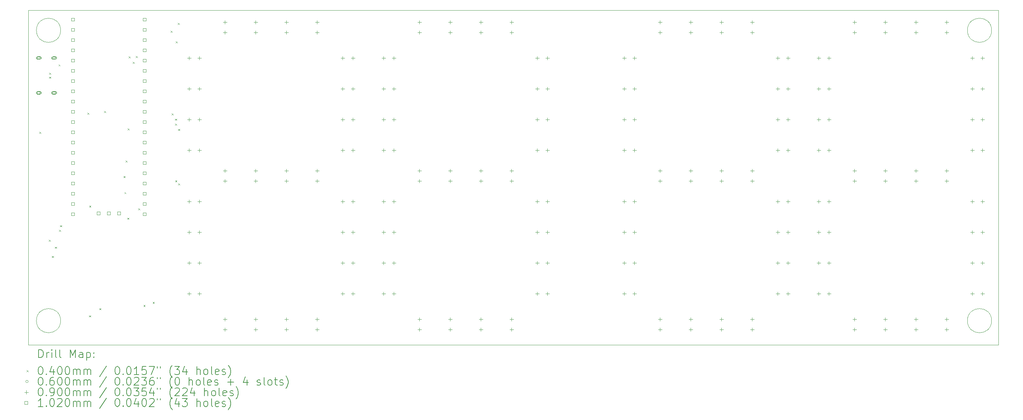
<source format=gbr>
%TF.GenerationSoftware,KiCad,Pcbnew,7.0.8*%
%TF.CreationDate,2023-11-29T08:53:46-05:00*%
%TF.ProjectId,clock,636c6f63-6b2e-46b6-9963-61645f706362,rev?*%
%TF.SameCoordinates,Original*%
%TF.FileFunction,Drillmap*%
%TF.FilePolarity,Positive*%
%FSLAX45Y45*%
G04 Gerber Fmt 4.5, Leading zero omitted, Abs format (unit mm)*
G04 Created by KiCad (PCBNEW 7.0.8) date 2023-11-29 08:53:46*
%MOMM*%
%LPD*%
G01*
G04 APERTURE LIST*
%ADD10C,0.100000*%
%ADD11C,0.200000*%
%ADD12C,0.040000*%
%ADD13C,0.060000*%
%ADD14C,0.090000*%
%ADD15C,0.102000*%
G04 APERTURE END LIST*
D10*
X1700000Y-1200000D02*
X25773560Y-1200000D01*
X25773560Y-9500000D01*
X1700000Y-9500000D01*
X1700000Y-1200000D01*
X25600000Y-1700000D02*
G75*
G03*
X25600000Y-1700000I-300000J0D01*
G01*
X2500000Y-8900000D02*
G75*
G03*
X2500000Y-8900000I-300000J0D01*
G01*
X2500000Y-1700000D02*
G75*
G03*
X2500000Y-1700000I-300000J0D01*
G01*
X25600000Y-8900000D02*
G75*
G03*
X25600000Y-8900000I-300000J0D01*
G01*
D11*
D12*
X1971360Y-4216720D02*
X2011360Y-4256720D01*
X2011360Y-4216720D02*
X1971360Y-4256720D01*
X2205040Y-6893880D02*
X2245040Y-6933880D01*
X2245040Y-6893880D02*
X2205040Y-6933880D01*
X2213959Y-2850374D02*
X2253959Y-2890374D01*
X2253959Y-2850374D02*
X2213959Y-2890374D01*
X2218138Y-2750511D02*
X2258138Y-2790511D01*
X2258138Y-2750511D02*
X2218138Y-2790511D01*
X2286320Y-7295200D02*
X2326320Y-7335200D01*
X2326320Y-7295200D02*
X2286320Y-7335200D01*
X2357440Y-7066600D02*
X2397440Y-7106600D01*
X2397440Y-7066600D02*
X2357440Y-7106600D01*
X2448880Y-2544920D02*
X2488880Y-2584920D01*
X2488880Y-2544920D02*
X2448880Y-2584920D01*
X2459040Y-6644960D02*
X2499040Y-6684960D01*
X2499040Y-6644960D02*
X2459040Y-6684960D01*
X2484440Y-6533200D02*
X2524440Y-6573200D01*
X2524440Y-6533200D02*
X2484440Y-6573200D01*
X3165160Y-3744280D02*
X3205160Y-3784280D01*
X3205160Y-3744280D02*
X3165160Y-3784280D01*
X3205800Y-8768400D02*
X3245800Y-8808400D01*
X3245800Y-8768400D02*
X3205800Y-8808400D01*
X3210880Y-6045520D02*
X3250880Y-6085520D01*
X3250880Y-6045520D02*
X3210880Y-6085520D01*
X3459800Y-8590600D02*
X3499800Y-8630600D01*
X3499800Y-8590600D02*
X3459800Y-8630600D01*
X3576640Y-3698560D02*
X3616640Y-3738560D01*
X3616640Y-3698560D02*
X3576640Y-3738560D01*
X4064320Y-5314000D02*
X4104320Y-5354000D01*
X4104320Y-5314000D02*
X4064320Y-5354000D01*
X4082100Y-5712780D02*
X4122100Y-5752780D01*
X4122100Y-5712780D02*
X4082100Y-5752780D01*
X4115120Y-4927920D02*
X4155120Y-4967920D01*
X4155120Y-4927920D02*
X4115120Y-4967920D01*
X4152790Y-6348210D02*
X4192790Y-6388210D01*
X4192790Y-6348210D02*
X4152790Y-6388210D01*
X4160840Y-4135440D02*
X4200840Y-4175440D01*
X4200840Y-4135440D02*
X4160840Y-4175440D01*
X4191320Y-2347280D02*
X4231320Y-2387280D01*
X4231320Y-2347280D02*
X4191320Y-2387280D01*
X4287840Y-2479360D02*
X4327840Y-2519360D01*
X4327840Y-2479360D02*
X4287840Y-2519360D01*
X4364040Y-2337120D02*
X4404040Y-2377120D01*
X4404040Y-2337120D02*
X4364040Y-2377120D01*
X4425000Y-6111560D02*
X4465000Y-6151560D01*
X4465000Y-6111560D02*
X4425000Y-6151560D01*
X4557080Y-8509320D02*
X4597080Y-8549320D01*
X4597080Y-8509320D02*
X4557080Y-8549320D01*
X4785680Y-8433120D02*
X4825680Y-8473120D01*
X4825680Y-8433120D02*
X4785680Y-8473120D01*
X5227690Y-1712280D02*
X5267690Y-1752280D01*
X5267690Y-1712280D02*
X5227690Y-1752280D01*
X5253040Y-3759520D02*
X5293040Y-3799520D01*
X5293040Y-3759520D02*
X5253040Y-3799520D01*
X5338841Y-3891060D02*
X5378841Y-3931060D01*
X5378841Y-3891060D02*
X5338841Y-3931060D01*
X5338841Y-4013560D02*
X5378841Y-4053560D01*
X5378841Y-4013560D02*
X5338841Y-4053560D01*
X5345587Y-5423035D02*
X5385587Y-5463035D01*
X5385587Y-5423035D02*
X5345587Y-5463035D01*
X5357320Y-1973760D02*
X5397320Y-2013760D01*
X5397320Y-1973760D02*
X5357320Y-2013760D01*
X5405440Y-1514160D02*
X5445440Y-1554160D01*
X5445440Y-1514160D02*
X5405440Y-1554160D01*
X5415600Y-4145600D02*
X5455600Y-4185600D01*
X5455600Y-4145600D02*
X5415600Y-4185600D01*
X5415600Y-5496880D02*
X5455600Y-5536880D01*
X5455600Y-5496880D02*
X5415600Y-5536880D01*
D13*
X1988960Y-2387600D02*
G75*
G03*
X1988960Y-2387600I-30000J0D01*
G01*
D11*
X1988960Y-2357600D02*
X1928960Y-2357600D01*
X1928960Y-2357600D02*
G75*
G03*
X1928960Y-2417600I0J-30000D01*
G01*
X1928960Y-2417600D02*
X1988960Y-2417600D01*
X1988960Y-2417600D02*
G75*
G03*
X1988960Y-2357600I0J30000D01*
G01*
D13*
X1988960Y-3251600D02*
G75*
G03*
X1988960Y-3251600I-30000J0D01*
G01*
D11*
X1988960Y-3221600D02*
X1928960Y-3221600D01*
X1928960Y-3221600D02*
G75*
G03*
X1928960Y-3281600I0J-30000D01*
G01*
X1928960Y-3281600D02*
X1988960Y-3281600D01*
X1988960Y-3281600D02*
G75*
G03*
X1988960Y-3221600I0J30000D01*
G01*
D13*
X2368960Y-2387600D02*
G75*
G03*
X2368960Y-2387600I-30000J0D01*
G01*
D11*
X2368960Y-2357600D02*
X2308960Y-2357600D01*
X2308960Y-2357600D02*
G75*
G03*
X2308960Y-2417600I0J-30000D01*
G01*
X2308960Y-2417600D02*
X2368960Y-2417600D01*
X2368960Y-2417600D02*
G75*
G03*
X2368960Y-2357600I0J30000D01*
G01*
D13*
X2368960Y-3251600D02*
G75*
G03*
X2368960Y-3251600I-30000J0D01*
G01*
D11*
X2368960Y-3221600D02*
X2308960Y-3221600D01*
X2308960Y-3221600D02*
G75*
G03*
X2308960Y-3281600I0J-30000D01*
G01*
X2308960Y-3281600D02*
X2368960Y-3281600D01*
X2368960Y-3281600D02*
G75*
G03*
X2368960Y-3221600I0J30000D01*
G01*
D14*
X5689100Y-2342060D02*
X5689100Y-2432060D01*
X5644100Y-2387060D02*
X5734100Y-2387060D01*
X5689100Y-3104060D02*
X5689100Y-3194060D01*
X5644100Y-3149060D02*
X5734100Y-3149060D01*
X5689100Y-3866060D02*
X5689100Y-3956060D01*
X5644100Y-3911060D02*
X5734100Y-3911060D01*
X5689100Y-4628060D02*
X5689100Y-4718060D01*
X5644100Y-4673060D02*
X5734100Y-4673060D01*
X5689100Y-5898060D02*
X5689100Y-5988060D01*
X5644100Y-5943060D02*
X5734100Y-5943060D01*
X5689100Y-6660060D02*
X5689100Y-6750060D01*
X5644100Y-6705060D02*
X5734100Y-6705060D01*
X5689100Y-7422060D02*
X5689100Y-7512060D01*
X5644100Y-7467060D02*
X5734100Y-7467060D01*
X5689100Y-8184060D02*
X5689100Y-8274060D01*
X5644100Y-8229060D02*
X5734100Y-8229060D01*
X5943100Y-2342060D02*
X5943100Y-2432060D01*
X5898100Y-2387060D02*
X5988100Y-2387060D01*
X5943100Y-3104060D02*
X5943100Y-3194060D01*
X5898100Y-3149060D02*
X5988100Y-3149060D01*
X5943100Y-3866060D02*
X5943100Y-3956060D01*
X5898100Y-3911060D02*
X5988100Y-3911060D01*
X5943100Y-4628060D02*
X5943100Y-4718060D01*
X5898100Y-4673060D02*
X5988100Y-4673060D01*
X5943100Y-5898060D02*
X5943100Y-5988060D01*
X5898100Y-5943060D02*
X5988100Y-5943060D01*
X5943100Y-6660060D02*
X5943100Y-6750060D01*
X5898100Y-6705060D02*
X5988100Y-6705060D01*
X5943100Y-7422060D02*
X5943100Y-7512060D01*
X5898100Y-7467060D02*
X5988100Y-7467060D01*
X5943100Y-8184060D02*
X5943100Y-8274060D01*
X5898100Y-8229060D02*
X5988100Y-8229060D01*
X6578100Y-1453060D02*
X6578100Y-1543060D01*
X6533100Y-1498060D02*
X6623100Y-1498060D01*
X6578100Y-1707060D02*
X6578100Y-1797060D01*
X6533100Y-1752060D02*
X6623100Y-1752060D01*
X6578100Y-5136060D02*
X6578100Y-5226060D01*
X6533100Y-5181060D02*
X6623100Y-5181060D01*
X6578100Y-5390060D02*
X6578100Y-5480060D01*
X6533100Y-5435060D02*
X6623100Y-5435060D01*
X6578100Y-8819060D02*
X6578100Y-8909060D01*
X6533100Y-8864060D02*
X6623100Y-8864060D01*
X6578100Y-9073060D02*
X6578100Y-9163060D01*
X6533100Y-9118060D02*
X6623100Y-9118060D01*
X7340100Y-1453060D02*
X7340100Y-1543060D01*
X7295100Y-1498060D02*
X7385100Y-1498060D01*
X7340100Y-1707060D02*
X7340100Y-1797060D01*
X7295100Y-1752060D02*
X7385100Y-1752060D01*
X7340100Y-5136060D02*
X7340100Y-5226060D01*
X7295100Y-5181060D02*
X7385100Y-5181060D01*
X7340100Y-5390060D02*
X7340100Y-5480060D01*
X7295100Y-5435060D02*
X7385100Y-5435060D01*
X7340100Y-8819060D02*
X7340100Y-8909060D01*
X7295100Y-8864060D02*
X7385100Y-8864060D01*
X7340100Y-9073060D02*
X7340100Y-9163060D01*
X7295100Y-9118060D02*
X7385100Y-9118060D01*
X8102100Y-1453060D02*
X8102100Y-1543060D01*
X8057100Y-1498060D02*
X8147100Y-1498060D01*
X8102100Y-1707060D02*
X8102100Y-1797060D01*
X8057100Y-1752060D02*
X8147100Y-1752060D01*
X8102100Y-5136060D02*
X8102100Y-5226060D01*
X8057100Y-5181060D02*
X8147100Y-5181060D01*
X8102100Y-5390060D02*
X8102100Y-5480060D01*
X8057100Y-5435060D02*
X8147100Y-5435060D01*
X8102100Y-8819060D02*
X8102100Y-8909060D01*
X8057100Y-8864060D02*
X8147100Y-8864060D01*
X8102100Y-9073060D02*
X8102100Y-9163060D01*
X8057100Y-9118060D02*
X8147100Y-9118060D01*
X8864100Y-1453060D02*
X8864100Y-1543060D01*
X8819100Y-1498060D02*
X8909100Y-1498060D01*
X8864100Y-1707060D02*
X8864100Y-1797060D01*
X8819100Y-1752060D02*
X8909100Y-1752060D01*
X8864100Y-5136060D02*
X8864100Y-5226060D01*
X8819100Y-5181060D02*
X8909100Y-5181060D01*
X8864100Y-5390060D02*
X8864100Y-5480060D01*
X8819100Y-5435060D02*
X8909100Y-5435060D01*
X8864100Y-8819060D02*
X8864100Y-8909060D01*
X8819100Y-8864060D02*
X8909100Y-8864060D01*
X8864100Y-9073060D02*
X8864100Y-9163060D01*
X8819100Y-9118060D02*
X8909100Y-9118060D01*
X9499100Y-2342060D02*
X9499100Y-2432060D01*
X9454100Y-2387060D02*
X9544100Y-2387060D01*
X9499100Y-3104060D02*
X9499100Y-3194060D01*
X9454100Y-3149060D02*
X9544100Y-3149060D01*
X9499100Y-3866060D02*
X9499100Y-3956060D01*
X9454100Y-3911060D02*
X9544100Y-3911060D01*
X9499100Y-4628060D02*
X9499100Y-4718060D01*
X9454100Y-4673060D02*
X9544100Y-4673060D01*
X9499100Y-5898060D02*
X9499100Y-5988060D01*
X9454100Y-5943060D02*
X9544100Y-5943060D01*
X9499100Y-6660060D02*
X9499100Y-6750060D01*
X9454100Y-6705060D02*
X9544100Y-6705060D01*
X9499100Y-7422060D02*
X9499100Y-7512060D01*
X9454100Y-7467060D02*
X9544100Y-7467060D01*
X9499100Y-8184060D02*
X9499100Y-8274060D01*
X9454100Y-8229060D02*
X9544100Y-8229060D01*
X9753100Y-2342060D02*
X9753100Y-2432060D01*
X9708100Y-2387060D02*
X9798100Y-2387060D01*
X9753100Y-3104060D02*
X9753100Y-3194060D01*
X9708100Y-3149060D02*
X9798100Y-3149060D01*
X9753100Y-3866060D02*
X9753100Y-3956060D01*
X9708100Y-3911060D02*
X9798100Y-3911060D01*
X9753100Y-4628060D02*
X9753100Y-4718060D01*
X9708100Y-4673060D02*
X9798100Y-4673060D01*
X9753100Y-5898060D02*
X9753100Y-5988060D01*
X9708100Y-5943060D02*
X9798100Y-5943060D01*
X9753100Y-6660060D02*
X9753100Y-6750060D01*
X9708100Y-6705060D02*
X9798100Y-6705060D01*
X9753100Y-7422060D02*
X9753100Y-7512060D01*
X9708100Y-7467060D02*
X9798100Y-7467060D01*
X9753100Y-8184060D02*
X9753100Y-8274060D01*
X9708100Y-8229060D02*
X9798100Y-8229060D01*
X10515100Y-2342060D02*
X10515100Y-2432060D01*
X10470100Y-2387060D02*
X10560100Y-2387060D01*
X10515100Y-3104060D02*
X10515100Y-3194060D01*
X10470100Y-3149060D02*
X10560100Y-3149060D01*
X10515100Y-3866060D02*
X10515100Y-3956060D01*
X10470100Y-3911060D02*
X10560100Y-3911060D01*
X10515100Y-4628060D02*
X10515100Y-4718060D01*
X10470100Y-4673060D02*
X10560100Y-4673060D01*
X10515100Y-5898060D02*
X10515100Y-5988060D01*
X10470100Y-5943060D02*
X10560100Y-5943060D01*
X10515100Y-6660060D02*
X10515100Y-6750060D01*
X10470100Y-6705060D02*
X10560100Y-6705060D01*
X10515100Y-7422060D02*
X10515100Y-7512060D01*
X10470100Y-7467060D02*
X10560100Y-7467060D01*
X10515100Y-8184060D02*
X10515100Y-8274060D01*
X10470100Y-8229060D02*
X10560100Y-8229060D01*
X10769100Y-2342060D02*
X10769100Y-2432060D01*
X10724100Y-2387060D02*
X10814100Y-2387060D01*
X10769100Y-3104060D02*
X10769100Y-3194060D01*
X10724100Y-3149060D02*
X10814100Y-3149060D01*
X10769100Y-3866060D02*
X10769100Y-3956060D01*
X10724100Y-3911060D02*
X10814100Y-3911060D01*
X10769100Y-4628060D02*
X10769100Y-4718060D01*
X10724100Y-4673060D02*
X10814100Y-4673060D01*
X10769100Y-5898060D02*
X10769100Y-5988060D01*
X10724100Y-5943060D02*
X10814100Y-5943060D01*
X10769100Y-6660060D02*
X10769100Y-6750060D01*
X10724100Y-6705060D02*
X10814100Y-6705060D01*
X10769100Y-7422060D02*
X10769100Y-7512060D01*
X10724100Y-7467060D02*
X10814100Y-7467060D01*
X10769100Y-8184060D02*
X10769100Y-8274060D01*
X10724100Y-8229060D02*
X10814100Y-8229060D01*
X11404100Y-1453060D02*
X11404100Y-1543060D01*
X11359100Y-1498060D02*
X11449100Y-1498060D01*
X11404100Y-1707060D02*
X11404100Y-1797060D01*
X11359100Y-1752060D02*
X11449100Y-1752060D01*
X11404100Y-5136060D02*
X11404100Y-5226060D01*
X11359100Y-5181060D02*
X11449100Y-5181060D01*
X11404100Y-5390060D02*
X11404100Y-5480060D01*
X11359100Y-5435060D02*
X11449100Y-5435060D01*
X11404100Y-8819060D02*
X11404100Y-8909060D01*
X11359100Y-8864060D02*
X11449100Y-8864060D01*
X11404100Y-9073060D02*
X11404100Y-9163060D01*
X11359100Y-9118060D02*
X11449100Y-9118060D01*
X12166100Y-1453060D02*
X12166100Y-1543060D01*
X12121100Y-1498060D02*
X12211100Y-1498060D01*
X12166100Y-1707060D02*
X12166100Y-1797060D01*
X12121100Y-1752060D02*
X12211100Y-1752060D01*
X12166100Y-5136060D02*
X12166100Y-5226060D01*
X12121100Y-5181060D02*
X12211100Y-5181060D01*
X12166100Y-5390060D02*
X12166100Y-5480060D01*
X12121100Y-5435060D02*
X12211100Y-5435060D01*
X12166100Y-8819060D02*
X12166100Y-8909060D01*
X12121100Y-8864060D02*
X12211100Y-8864060D01*
X12166100Y-9073060D02*
X12166100Y-9163060D01*
X12121100Y-9118060D02*
X12211100Y-9118060D01*
X12928100Y-1453060D02*
X12928100Y-1543060D01*
X12883100Y-1498060D02*
X12973100Y-1498060D01*
X12928100Y-1707060D02*
X12928100Y-1797060D01*
X12883100Y-1752060D02*
X12973100Y-1752060D01*
X12928100Y-5136060D02*
X12928100Y-5226060D01*
X12883100Y-5181060D02*
X12973100Y-5181060D01*
X12928100Y-5390060D02*
X12928100Y-5480060D01*
X12883100Y-5435060D02*
X12973100Y-5435060D01*
X12928100Y-8819060D02*
X12928100Y-8909060D01*
X12883100Y-8864060D02*
X12973100Y-8864060D01*
X12928100Y-9073060D02*
X12928100Y-9163060D01*
X12883100Y-9118060D02*
X12973100Y-9118060D01*
X13690100Y-1453060D02*
X13690100Y-1543060D01*
X13645100Y-1498060D02*
X13735100Y-1498060D01*
X13690100Y-1707060D02*
X13690100Y-1797060D01*
X13645100Y-1752060D02*
X13735100Y-1752060D01*
X13690100Y-5136060D02*
X13690100Y-5226060D01*
X13645100Y-5181060D02*
X13735100Y-5181060D01*
X13690100Y-5390060D02*
X13690100Y-5480060D01*
X13645100Y-5435060D02*
X13735100Y-5435060D01*
X13690100Y-8819060D02*
X13690100Y-8909060D01*
X13645100Y-8864060D02*
X13735100Y-8864060D01*
X13690100Y-9073060D02*
X13690100Y-9163060D01*
X13645100Y-9118060D02*
X13735100Y-9118060D01*
X14325100Y-2342060D02*
X14325100Y-2432060D01*
X14280100Y-2387060D02*
X14370100Y-2387060D01*
X14325100Y-3104060D02*
X14325100Y-3194060D01*
X14280100Y-3149060D02*
X14370100Y-3149060D01*
X14325100Y-3866060D02*
X14325100Y-3956060D01*
X14280100Y-3911060D02*
X14370100Y-3911060D01*
X14325100Y-4628060D02*
X14325100Y-4718060D01*
X14280100Y-4673060D02*
X14370100Y-4673060D01*
X14325100Y-5898060D02*
X14325100Y-5988060D01*
X14280100Y-5943060D02*
X14370100Y-5943060D01*
X14325100Y-6660060D02*
X14325100Y-6750060D01*
X14280100Y-6705060D02*
X14370100Y-6705060D01*
X14325100Y-7422060D02*
X14325100Y-7512060D01*
X14280100Y-7467060D02*
X14370100Y-7467060D01*
X14325100Y-8184060D02*
X14325100Y-8274060D01*
X14280100Y-8229060D02*
X14370100Y-8229060D01*
X14579100Y-2342060D02*
X14579100Y-2432060D01*
X14534100Y-2387060D02*
X14624100Y-2387060D01*
X14579100Y-3104060D02*
X14579100Y-3194060D01*
X14534100Y-3149060D02*
X14624100Y-3149060D01*
X14579100Y-3866060D02*
X14579100Y-3956060D01*
X14534100Y-3911060D02*
X14624100Y-3911060D01*
X14579100Y-4628060D02*
X14579100Y-4718060D01*
X14534100Y-4673060D02*
X14624100Y-4673060D01*
X14579100Y-5898060D02*
X14579100Y-5988060D01*
X14534100Y-5943060D02*
X14624100Y-5943060D01*
X14579100Y-6660060D02*
X14579100Y-6750060D01*
X14534100Y-6705060D02*
X14624100Y-6705060D01*
X14579100Y-7422060D02*
X14579100Y-7512060D01*
X14534100Y-7467060D02*
X14624100Y-7467060D01*
X14579100Y-8184060D02*
X14579100Y-8274060D01*
X14534100Y-8229060D02*
X14624100Y-8229060D01*
X16484100Y-2342060D02*
X16484100Y-2432060D01*
X16439100Y-2387060D02*
X16529100Y-2387060D01*
X16484100Y-3104060D02*
X16484100Y-3194060D01*
X16439100Y-3149060D02*
X16529100Y-3149060D01*
X16484100Y-3866060D02*
X16484100Y-3956060D01*
X16439100Y-3911060D02*
X16529100Y-3911060D01*
X16484100Y-4628060D02*
X16484100Y-4718060D01*
X16439100Y-4673060D02*
X16529100Y-4673060D01*
X16484100Y-5898060D02*
X16484100Y-5988060D01*
X16439100Y-5943060D02*
X16529100Y-5943060D01*
X16484100Y-6660060D02*
X16484100Y-6750060D01*
X16439100Y-6705060D02*
X16529100Y-6705060D01*
X16484100Y-7422060D02*
X16484100Y-7512060D01*
X16439100Y-7467060D02*
X16529100Y-7467060D01*
X16484100Y-8184060D02*
X16484100Y-8274060D01*
X16439100Y-8229060D02*
X16529100Y-8229060D01*
X16738100Y-2342060D02*
X16738100Y-2432060D01*
X16693100Y-2387060D02*
X16783100Y-2387060D01*
X16738100Y-3104060D02*
X16738100Y-3194060D01*
X16693100Y-3149060D02*
X16783100Y-3149060D01*
X16738100Y-3866060D02*
X16738100Y-3956060D01*
X16693100Y-3911060D02*
X16783100Y-3911060D01*
X16738100Y-4628060D02*
X16738100Y-4718060D01*
X16693100Y-4673060D02*
X16783100Y-4673060D01*
X16738100Y-5898060D02*
X16738100Y-5988060D01*
X16693100Y-5943060D02*
X16783100Y-5943060D01*
X16738100Y-6660060D02*
X16738100Y-6750060D01*
X16693100Y-6705060D02*
X16783100Y-6705060D01*
X16738100Y-7422060D02*
X16738100Y-7512060D01*
X16693100Y-7467060D02*
X16783100Y-7467060D01*
X16738100Y-8184060D02*
X16738100Y-8274060D01*
X16693100Y-8229060D02*
X16783100Y-8229060D01*
X17373100Y-1453060D02*
X17373100Y-1543060D01*
X17328100Y-1498060D02*
X17418100Y-1498060D01*
X17373100Y-1707060D02*
X17373100Y-1797060D01*
X17328100Y-1752060D02*
X17418100Y-1752060D01*
X17373100Y-5136060D02*
X17373100Y-5226060D01*
X17328100Y-5181060D02*
X17418100Y-5181060D01*
X17373100Y-5390060D02*
X17373100Y-5480060D01*
X17328100Y-5435060D02*
X17418100Y-5435060D01*
X17373100Y-8819060D02*
X17373100Y-8909060D01*
X17328100Y-8864060D02*
X17418100Y-8864060D01*
X17373100Y-9073060D02*
X17373100Y-9163060D01*
X17328100Y-9118060D02*
X17418100Y-9118060D01*
X18135100Y-1453060D02*
X18135100Y-1543060D01*
X18090100Y-1498060D02*
X18180100Y-1498060D01*
X18135100Y-1707060D02*
X18135100Y-1797060D01*
X18090100Y-1752060D02*
X18180100Y-1752060D01*
X18135100Y-5136060D02*
X18135100Y-5226060D01*
X18090100Y-5181060D02*
X18180100Y-5181060D01*
X18135100Y-5390060D02*
X18135100Y-5480060D01*
X18090100Y-5435060D02*
X18180100Y-5435060D01*
X18135100Y-8819060D02*
X18135100Y-8909060D01*
X18090100Y-8864060D02*
X18180100Y-8864060D01*
X18135100Y-9073060D02*
X18135100Y-9163060D01*
X18090100Y-9118060D02*
X18180100Y-9118060D01*
X18897100Y-1453060D02*
X18897100Y-1543060D01*
X18852100Y-1498060D02*
X18942100Y-1498060D01*
X18897100Y-1707060D02*
X18897100Y-1797060D01*
X18852100Y-1752060D02*
X18942100Y-1752060D01*
X18897100Y-5136060D02*
X18897100Y-5226060D01*
X18852100Y-5181060D02*
X18942100Y-5181060D01*
X18897100Y-5390060D02*
X18897100Y-5480060D01*
X18852100Y-5435060D02*
X18942100Y-5435060D01*
X18897100Y-8819060D02*
X18897100Y-8909060D01*
X18852100Y-8864060D02*
X18942100Y-8864060D01*
X18897100Y-9073060D02*
X18897100Y-9163060D01*
X18852100Y-9118060D02*
X18942100Y-9118060D01*
X19659100Y-1453060D02*
X19659100Y-1543060D01*
X19614100Y-1498060D02*
X19704100Y-1498060D01*
X19659100Y-1707060D02*
X19659100Y-1797060D01*
X19614100Y-1752060D02*
X19704100Y-1752060D01*
X19659100Y-5136060D02*
X19659100Y-5226060D01*
X19614100Y-5181060D02*
X19704100Y-5181060D01*
X19659100Y-5390060D02*
X19659100Y-5480060D01*
X19614100Y-5435060D02*
X19704100Y-5435060D01*
X19659100Y-8819060D02*
X19659100Y-8909060D01*
X19614100Y-8864060D02*
X19704100Y-8864060D01*
X19659100Y-9073060D02*
X19659100Y-9163060D01*
X19614100Y-9118060D02*
X19704100Y-9118060D01*
X20294100Y-2342060D02*
X20294100Y-2432060D01*
X20249100Y-2387060D02*
X20339100Y-2387060D01*
X20294100Y-3104060D02*
X20294100Y-3194060D01*
X20249100Y-3149060D02*
X20339100Y-3149060D01*
X20294100Y-3866060D02*
X20294100Y-3956060D01*
X20249100Y-3911060D02*
X20339100Y-3911060D01*
X20294100Y-4628060D02*
X20294100Y-4718060D01*
X20249100Y-4673060D02*
X20339100Y-4673060D01*
X20294100Y-5898060D02*
X20294100Y-5988060D01*
X20249100Y-5943060D02*
X20339100Y-5943060D01*
X20294100Y-6660060D02*
X20294100Y-6750060D01*
X20249100Y-6705060D02*
X20339100Y-6705060D01*
X20294100Y-7422060D02*
X20294100Y-7512060D01*
X20249100Y-7467060D02*
X20339100Y-7467060D01*
X20294100Y-8184060D02*
X20294100Y-8274060D01*
X20249100Y-8229060D02*
X20339100Y-8229060D01*
X20548100Y-2342060D02*
X20548100Y-2432060D01*
X20503100Y-2387060D02*
X20593100Y-2387060D01*
X20548100Y-3104060D02*
X20548100Y-3194060D01*
X20503100Y-3149060D02*
X20593100Y-3149060D01*
X20548100Y-3866060D02*
X20548100Y-3956060D01*
X20503100Y-3911060D02*
X20593100Y-3911060D01*
X20548100Y-4628060D02*
X20548100Y-4718060D01*
X20503100Y-4673060D02*
X20593100Y-4673060D01*
X20548100Y-5898060D02*
X20548100Y-5988060D01*
X20503100Y-5943060D02*
X20593100Y-5943060D01*
X20548100Y-6660060D02*
X20548100Y-6750060D01*
X20503100Y-6705060D02*
X20593100Y-6705060D01*
X20548100Y-7422060D02*
X20548100Y-7512060D01*
X20503100Y-7467060D02*
X20593100Y-7467060D01*
X20548100Y-8184060D02*
X20548100Y-8274060D01*
X20503100Y-8229060D02*
X20593100Y-8229060D01*
X21310100Y-2342060D02*
X21310100Y-2432060D01*
X21265100Y-2387060D02*
X21355100Y-2387060D01*
X21310100Y-3104060D02*
X21310100Y-3194060D01*
X21265100Y-3149060D02*
X21355100Y-3149060D01*
X21310100Y-3866060D02*
X21310100Y-3956060D01*
X21265100Y-3911060D02*
X21355100Y-3911060D01*
X21310100Y-4628060D02*
X21310100Y-4718060D01*
X21265100Y-4673060D02*
X21355100Y-4673060D01*
X21310100Y-5898060D02*
X21310100Y-5988060D01*
X21265100Y-5943060D02*
X21355100Y-5943060D01*
X21310100Y-6660060D02*
X21310100Y-6750060D01*
X21265100Y-6705060D02*
X21355100Y-6705060D01*
X21310100Y-7422060D02*
X21310100Y-7512060D01*
X21265100Y-7467060D02*
X21355100Y-7467060D01*
X21310100Y-8184060D02*
X21310100Y-8274060D01*
X21265100Y-8229060D02*
X21355100Y-8229060D01*
X21564100Y-2342060D02*
X21564100Y-2432060D01*
X21519100Y-2387060D02*
X21609100Y-2387060D01*
X21564100Y-3104060D02*
X21564100Y-3194060D01*
X21519100Y-3149060D02*
X21609100Y-3149060D01*
X21564100Y-3866060D02*
X21564100Y-3956060D01*
X21519100Y-3911060D02*
X21609100Y-3911060D01*
X21564100Y-4628060D02*
X21564100Y-4718060D01*
X21519100Y-4673060D02*
X21609100Y-4673060D01*
X21564100Y-5898060D02*
X21564100Y-5988060D01*
X21519100Y-5943060D02*
X21609100Y-5943060D01*
X21564100Y-6660060D02*
X21564100Y-6750060D01*
X21519100Y-6705060D02*
X21609100Y-6705060D01*
X21564100Y-7422060D02*
X21564100Y-7512060D01*
X21519100Y-7467060D02*
X21609100Y-7467060D01*
X21564100Y-8184060D02*
X21564100Y-8274060D01*
X21519100Y-8229060D02*
X21609100Y-8229060D01*
X22199100Y-1453060D02*
X22199100Y-1543060D01*
X22154100Y-1498060D02*
X22244100Y-1498060D01*
X22199100Y-1707060D02*
X22199100Y-1797060D01*
X22154100Y-1752060D02*
X22244100Y-1752060D01*
X22199100Y-5136060D02*
X22199100Y-5226060D01*
X22154100Y-5181060D02*
X22244100Y-5181060D01*
X22199100Y-5390060D02*
X22199100Y-5480060D01*
X22154100Y-5435060D02*
X22244100Y-5435060D01*
X22199100Y-8819060D02*
X22199100Y-8909060D01*
X22154100Y-8864060D02*
X22244100Y-8864060D01*
X22199100Y-9073060D02*
X22199100Y-9163060D01*
X22154100Y-9118060D02*
X22244100Y-9118060D01*
X22961100Y-1453060D02*
X22961100Y-1543060D01*
X22916100Y-1498060D02*
X23006100Y-1498060D01*
X22961100Y-1707060D02*
X22961100Y-1797060D01*
X22916100Y-1752060D02*
X23006100Y-1752060D01*
X22961100Y-5136060D02*
X22961100Y-5226060D01*
X22916100Y-5181060D02*
X23006100Y-5181060D01*
X22961100Y-5390060D02*
X22961100Y-5480060D01*
X22916100Y-5435060D02*
X23006100Y-5435060D01*
X22961100Y-8819060D02*
X22961100Y-8909060D01*
X22916100Y-8864060D02*
X23006100Y-8864060D01*
X22961100Y-9073060D02*
X22961100Y-9163060D01*
X22916100Y-9118060D02*
X23006100Y-9118060D01*
X23723100Y-1453060D02*
X23723100Y-1543060D01*
X23678100Y-1498060D02*
X23768100Y-1498060D01*
X23723100Y-1707060D02*
X23723100Y-1797060D01*
X23678100Y-1752060D02*
X23768100Y-1752060D01*
X23723100Y-5136060D02*
X23723100Y-5226060D01*
X23678100Y-5181060D02*
X23768100Y-5181060D01*
X23723100Y-5390060D02*
X23723100Y-5480060D01*
X23678100Y-5435060D02*
X23768100Y-5435060D01*
X23723100Y-8819060D02*
X23723100Y-8909060D01*
X23678100Y-8864060D02*
X23768100Y-8864060D01*
X23723100Y-9073060D02*
X23723100Y-9163060D01*
X23678100Y-9118060D02*
X23768100Y-9118060D01*
X24485100Y-1453060D02*
X24485100Y-1543060D01*
X24440100Y-1498060D02*
X24530100Y-1498060D01*
X24485100Y-1707060D02*
X24485100Y-1797060D01*
X24440100Y-1752060D02*
X24530100Y-1752060D01*
X24485100Y-5136060D02*
X24485100Y-5226060D01*
X24440100Y-5181060D02*
X24530100Y-5181060D01*
X24485100Y-5390060D02*
X24485100Y-5480060D01*
X24440100Y-5435060D02*
X24530100Y-5435060D01*
X24485100Y-8819060D02*
X24485100Y-8909060D01*
X24440100Y-8864060D02*
X24530100Y-8864060D01*
X24485100Y-9073060D02*
X24485100Y-9163060D01*
X24440100Y-9118060D02*
X24530100Y-9118060D01*
X25120100Y-2342060D02*
X25120100Y-2432060D01*
X25075100Y-2387060D02*
X25165100Y-2387060D01*
X25120100Y-3104060D02*
X25120100Y-3194060D01*
X25075100Y-3149060D02*
X25165100Y-3149060D01*
X25120100Y-3866060D02*
X25120100Y-3956060D01*
X25075100Y-3911060D02*
X25165100Y-3911060D01*
X25120100Y-4628060D02*
X25120100Y-4718060D01*
X25075100Y-4673060D02*
X25165100Y-4673060D01*
X25120100Y-5898060D02*
X25120100Y-5988060D01*
X25075100Y-5943060D02*
X25165100Y-5943060D01*
X25120100Y-6660060D02*
X25120100Y-6750060D01*
X25075100Y-6705060D02*
X25165100Y-6705060D01*
X25120100Y-7422060D02*
X25120100Y-7512060D01*
X25075100Y-7467060D02*
X25165100Y-7467060D01*
X25120100Y-8184060D02*
X25120100Y-8274060D01*
X25075100Y-8229060D02*
X25165100Y-8229060D01*
X25374100Y-2342060D02*
X25374100Y-2432060D01*
X25329100Y-2387060D02*
X25419100Y-2387060D01*
X25374100Y-3104060D02*
X25374100Y-3194060D01*
X25329100Y-3149060D02*
X25419100Y-3149060D01*
X25374100Y-3866060D02*
X25374100Y-3956060D01*
X25329100Y-3911060D02*
X25419100Y-3911060D01*
X25374100Y-4628060D02*
X25374100Y-4718060D01*
X25329100Y-4673060D02*
X25419100Y-4673060D01*
X25374100Y-5898060D02*
X25374100Y-5988060D01*
X25329100Y-5943060D02*
X25419100Y-5943060D01*
X25374100Y-6660060D02*
X25374100Y-6750060D01*
X25329100Y-6705060D02*
X25419100Y-6705060D01*
X25374100Y-7422060D02*
X25374100Y-7512060D01*
X25329100Y-7467060D02*
X25419100Y-7467060D01*
X25374100Y-8184060D02*
X25374100Y-8274060D01*
X25329100Y-8229060D02*
X25419100Y-8229060D01*
D15*
X2840223Y-1468623D02*
X2840223Y-1396497D01*
X2768097Y-1396497D01*
X2768097Y-1468623D01*
X2840223Y-1468623D01*
X2840223Y-1722623D02*
X2840223Y-1650497D01*
X2768097Y-1650497D01*
X2768097Y-1722623D01*
X2840223Y-1722623D01*
X2840223Y-1976623D02*
X2840223Y-1904497D01*
X2768097Y-1904497D01*
X2768097Y-1976623D01*
X2840223Y-1976623D01*
X2840223Y-2230623D02*
X2840223Y-2158497D01*
X2768097Y-2158497D01*
X2768097Y-2230623D01*
X2840223Y-2230623D01*
X2840223Y-2484623D02*
X2840223Y-2412497D01*
X2768097Y-2412497D01*
X2768097Y-2484623D01*
X2840223Y-2484623D01*
X2840223Y-2738623D02*
X2840223Y-2666497D01*
X2768097Y-2666497D01*
X2768097Y-2738623D01*
X2840223Y-2738623D01*
X2840223Y-2992623D02*
X2840223Y-2920497D01*
X2768097Y-2920497D01*
X2768097Y-2992623D01*
X2840223Y-2992623D01*
X2840223Y-3246623D02*
X2840223Y-3174497D01*
X2768097Y-3174497D01*
X2768097Y-3246623D01*
X2840223Y-3246623D01*
X2840223Y-3500623D02*
X2840223Y-3428497D01*
X2768097Y-3428497D01*
X2768097Y-3500623D01*
X2840223Y-3500623D01*
X2840223Y-3754623D02*
X2840223Y-3682497D01*
X2768097Y-3682497D01*
X2768097Y-3754623D01*
X2840223Y-3754623D01*
X2840223Y-4008623D02*
X2840223Y-3936497D01*
X2768097Y-3936497D01*
X2768097Y-4008623D01*
X2840223Y-4008623D01*
X2840223Y-4262623D02*
X2840223Y-4190497D01*
X2768097Y-4190497D01*
X2768097Y-4262623D01*
X2840223Y-4262623D01*
X2840223Y-4516623D02*
X2840223Y-4444497D01*
X2768097Y-4444497D01*
X2768097Y-4516623D01*
X2840223Y-4516623D01*
X2840223Y-4770623D02*
X2840223Y-4698497D01*
X2768097Y-4698497D01*
X2768097Y-4770623D01*
X2840223Y-4770623D01*
X2840223Y-5024623D02*
X2840223Y-4952497D01*
X2768097Y-4952497D01*
X2768097Y-5024623D01*
X2840223Y-5024623D01*
X2840223Y-5278623D02*
X2840223Y-5206497D01*
X2768097Y-5206497D01*
X2768097Y-5278623D01*
X2840223Y-5278623D01*
X2840223Y-5532623D02*
X2840223Y-5460497D01*
X2768097Y-5460497D01*
X2768097Y-5532623D01*
X2840223Y-5532623D01*
X2840223Y-5786623D02*
X2840223Y-5714497D01*
X2768097Y-5714497D01*
X2768097Y-5786623D01*
X2840223Y-5786623D01*
X2840223Y-6040623D02*
X2840223Y-5968497D01*
X2768097Y-5968497D01*
X2768097Y-6040623D01*
X2840223Y-6040623D01*
X2840223Y-6294623D02*
X2840223Y-6222497D01*
X2768097Y-6222497D01*
X2768097Y-6294623D01*
X2840223Y-6294623D01*
X3475223Y-6271623D02*
X3475223Y-6199497D01*
X3403097Y-6199497D01*
X3403097Y-6271623D01*
X3475223Y-6271623D01*
X3729223Y-6271623D02*
X3729223Y-6199497D01*
X3657097Y-6199497D01*
X3657097Y-6271623D01*
X3729223Y-6271623D01*
X3983223Y-6271623D02*
X3983223Y-6199497D01*
X3911097Y-6199497D01*
X3911097Y-6271623D01*
X3983223Y-6271623D01*
X4618223Y-1468623D02*
X4618223Y-1396497D01*
X4546097Y-1396497D01*
X4546097Y-1468623D01*
X4618223Y-1468623D01*
X4618223Y-1722623D02*
X4618223Y-1650497D01*
X4546097Y-1650497D01*
X4546097Y-1722623D01*
X4618223Y-1722623D01*
X4618223Y-1976623D02*
X4618223Y-1904497D01*
X4546097Y-1904497D01*
X4546097Y-1976623D01*
X4618223Y-1976623D01*
X4618223Y-2230623D02*
X4618223Y-2158497D01*
X4546097Y-2158497D01*
X4546097Y-2230623D01*
X4618223Y-2230623D01*
X4618223Y-2484623D02*
X4618223Y-2412497D01*
X4546097Y-2412497D01*
X4546097Y-2484623D01*
X4618223Y-2484623D01*
X4618223Y-2738623D02*
X4618223Y-2666497D01*
X4546097Y-2666497D01*
X4546097Y-2738623D01*
X4618223Y-2738623D01*
X4618223Y-2992623D02*
X4618223Y-2920497D01*
X4546097Y-2920497D01*
X4546097Y-2992623D01*
X4618223Y-2992623D01*
X4618223Y-3246623D02*
X4618223Y-3174497D01*
X4546097Y-3174497D01*
X4546097Y-3246623D01*
X4618223Y-3246623D01*
X4618223Y-3500623D02*
X4618223Y-3428497D01*
X4546097Y-3428497D01*
X4546097Y-3500623D01*
X4618223Y-3500623D01*
X4618223Y-3754623D02*
X4618223Y-3682497D01*
X4546097Y-3682497D01*
X4546097Y-3754623D01*
X4618223Y-3754623D01*
X4618223Y-4008623D02*
X4618223Y-3936497D01*
X4546097Y-3936497D01*
X4546097Y-4008623D01*
X4618223Y-4008623D01*
X4618223Y-4262623D02*
X4618223Y-4190497D01*
X4546097Y-4190497D01*
X4546097Y-4262623D01*
X4618223Y-4262623D01*
X4618223Y-4516623D02*
X4618223Y-4444497D01*
X4546097Y-4444497D01*
X4546097Y-4516623D01*
X4618223Y-4516623D01*
X4618223Y-4770623D02*
X4618223Y-4698497D01*
X4546097Y-4698497D01*
X4546097Y-4770623D01*
X4618223Y-4770623D01*
X4618223Y-5024623D02*
X4618223Y-4952497D01*
X4546097Y-4952497D01*
X4546097Y-5024623D01*
X4618223Y-5024623D01*
X4618223Y-5278623D02*
X4618223Y-5206497D01*
X4546097Y-5206497D01*
X4546097Y-5278623D01*
X4618223Y-5278623D01*
X4618223Y-5532623D02*
X4618223Y-5460497D01*
X4546097Y-5460497D01*
X4546097Y-5532623D01*
X4618223Y-5532623D01*
X4618223Y-5786623D02*
X4618223Y-5714497D01*
X4546097Y-5714497D01*
X4546097Y-5786623D01*
X4618223Y-5786623D01*
X4618223Y-6040623D02*
X4618223Y-5968497D01*
X4546097Y-5968497D01*
X4546097Y-6040623D01*
X4618223Y-6040623D01*
X4618223Y-6294623D02*
X4618223Y-6222497D01*
X4546097Y-6222497D01*
X4546097Y-6294623D01*
X4618223Y-6294623D01*
D11*
X1955777Y-9816484D02*
X1955777Y-9616484D01*
X1955777Y-9616484D02*
X2003396Y-9616484D01*
X2003396Y-9616484D02*
X2031967Y-9626008D01*
X2031967Y-9626008D02*
X2051015Y-9645055D01*
X2051015Y-9645055D02*
X2060539Y-9664103D01*
X2060539Y-9664103D02*
X2070062Y-9702198D01*
X2070062Y-9702198D02*
X2070062Y-9730770D01*
X2070062Y-9730770D02*
X2060539Y-9768865D01*
X2060539Y-9768865D02*
X2051015Y-9787912D01*
X2051015Y-9787912D02*
X2031967Y-9806960D01*
X2031967Y-9806960D02*
X2003396Y-9816484D01*
X2003396Y-9816484D02*
X1955777Y-9816484D01*
X2155777Y-9816484D02*
X2155777Y-9683150D01*
X2155777Y-9721246D02*
X2165301Y-9702198D01*
X2165301Y-9702198D02*
X2174824Y-9692674D01*
X2174824Y-9692674D02*
X2193872Y-9683150D01*
X2193872Y-9683150D02*
X2212920Y-9683150D01*
X2279586Y-9816484D02*
X2279586Y-9683150D01*
X2279586Y-9616484D02*
X2270063Y-9626008D01*
X2270063Y-9626008D02*
X2279586Y-9635531D01*
X2279586Y-9635531D02*
X2289110Y-9626008D01*
X2289110Y-9626008D02*
X2279586Y-9616484D01*
X2279586Y-9616484D02*
X2279586Y-9635531D01*
X2403396Y-9816484D02*
X2384348Y-9806960D01*
X2384348Y-9806960D02*
X2374824Y-9787912D01*
X2374824Y-9787912D02*
X2374824Y-9616484D01*
X2508158Y-9816484D02*
X2489110Y-9806960D01*
X2489110Y-9806960D02*
X2479586Y-9787912D01*
X2479586Y-9787912D02*
X2479586Y-9616484D01*
X2736729Y-9816484D02*
X2736729Y-9616484D01*
X2736729Y-9616484D02*
X2803396Y-9759341D01*
X2803396Y-9759341D02*
X2870062Y-9616484D01*
X2870062Y-9616484D02*
X2870062Y-9816484D01*
X3051015Y-9816484D02*
X3051015Y-9711722D01*
X3051015Y-9711722D02*
X3041491Y-9692674D01*
X3041491Y-9692674D02*
X3022443Y-9683150D01*
X3022443Y-9683150D02*
X2984348Y-9683150D01*
X2984348Y-9683150D02*
X2965301Y-9692674D01*
X3051015Y-9806960D02*
X3031967Y-9816484D01*
X3031967Y-9816484D02*
X2984348Y-9816484D01*
X2984348Y-9816484D02*
X2965301Y-9806960D01*
X2965301Y-9806960D02*
X2955777Y-9787912D01*
X2955777Y-9787912D02*
X2955777Y-9768865D01*
X2955777Y-9768865D02*
X2965301Y-9749817D01*
X2965301Y-9749817D02*
X2984348Y-9740293D01*
X2984348Y-9740293D02*
X3031967Y-9740293D01*
X3031967Y-9740293D02*
X3051015Y-9730770D01*
X3146253Y-9683150D02*
X3146253Y-9883150D01*
X3146253Y-9692674D02*
X3165301Y-9683150D01*
X3165301Y-9683150D02*
X3203396Y-9683150D01*
X3203396Y-9683150D02*
X3222443Y-9692674D01*
X3222443Y-9692674D02*
X3231967Y-9702198D01*
X3231967Y-9702198D02*
X3241491Y-9721246D01*
X3241491Y-9721246D02*
X3241491Y-9778389D01*
X3241491Y-9778389D02*
X3231967Y-9797436D01*
X3231967Y-9797436D02*
X3222443Y-9806960D01*
X3222443Y-9806960D02*
X3203396Y-9816484D01*
X3203396Y-9816484D02*
X3165301Y-9816484D01*
X3165301Y-9816484D02*
X3146253Y-9806960D01*
X3327205Y-9797436D02*
X3336729Y-9806960D01*
X3336729Y-9806960D02*
X3327205Y-9816484D01*
X3327205Y-9816484D02*
X3317682Y-9806960D01*
X3317682Y-9806960D02*
X3327205Y-9797436D01*
X3327205Y-9797436D02*
X3327205Y-9816484D01*
X3327205Y-9692674D02*
X3336729Y-9702198D01*
X3336729Y-9702198D02*
X3327205Y-9711722D01*
X3327205Y-9711722D02*
X3317682Y-9702198D01*
X3317682Y-9702198D02*
X3327205Y-9692674D01*
X3327205Y-9692674D02*
X3327205Y-9711722D01*
D12*
X1655000Y-10125000D02*
X1695000Y-10165000D01*
X1695000Y-10125000D02*
X1655000Y-10165000D01*
D11*
X1993872Y-10036484D02*
X2012920Y-10036484D01*
X2012920Y-10036484D02*
X2031967Y-10046008D01*
X2031967Y-10046008D02*
X2041491Y-10055531D01*
X2041491Y-10055531D02*
X2051015Y-10074579D01*
X2051015Y-10074579D02*
X2060539Y-10112674D01*
X2060539Y-10112674D02*
X2060539Y-10160293D01*
X2060539Y-10160293D02*
X2051015Y-10198389D01*
X2051015Y-10198389D02*
X2041491Y-10217436D01*
X2041491Y-10217436D02*
X2031967Y-10226960D01*
X2031967Y-10226960D02*
X2012920Y-10236484D01*
X2012920Y-10236484D02*
X1993872Y-10236484D01*
X1993872Y-10236484D02*
X1974824Y-10226960D01*
X1974824Y-10226960D02*
X1965301Y-10217436D01*
X1965301Y-10217436D02*
X1955777Y-10198389D01*
X1955777Y-10198389D02*
X1946253Y-10160293D01*
X1946253Y-10160293D02*
X1946253Y-10112674D01*
X1946253Y-10112674D02*
X1955777Y-10074579D01*
X1955777Y-10074579D02*
X1965301Y-10055531D01*
X1965301Y-10055531D02*
X1974824Y-10046008D01*
X1974824Y-10046008D02*
X1993872Y-10036484D01*
X2146253Y-10217436D02*
X2155777Y-10226960D01*
X2155777Y-10226960D02*
X2146253Y-10236484D01*
X2146253Y-10236484D02*
X2136729Y-10226960D01*
X2136729Y-10226960D02*
X2146253Y-10217436D01*
X2146253Y-10217436D02*
X2146253Y-10236484D01*
X2327205Y-10103150D02*
X2327205Y-10236484D01*
X2279586Y-10026960D02*
X2231967Y-10169817D01*
X2231967Y-10169817D02*
X2355777Y-10169817D01*
X2470063Y-10036484D02*
X2489110Y-10036484D01*
X2489110Y-10036484D02*
X2508158Y-10046008D01*
X2508158Y-10046008D02*
X2517682Y-10055531D01*
X2517682Y-10055531D02*
X2527205Y-10074579D01*
X2527205Y-10074579D02*
X2536729Y-10112674D01*
X2536729Y-10112674D02*
X2536729Y-10160293D01*
X2536729Y-10160293D02*
X2527205Y-10198389D01*
X2527205Y-10198389D02*
X2517682Y-10217436D01*
X2517682Y-10217436D02*
X2508158Y-10226960D01*
X2508158Y-10226960D02*
X2489110Y-10236484D01*
X2489110Y-10236484D02*
X2470063Y-10236484D01*
X2470063Y-10236484D02*
X2451015Y-10226960D01*
X2451015Y-10226960D02*
X2441491Y-10217436D01*
X2441491Y-10217436D02*
X2431967Y-10198389D01*
X2431967Y-10198389D02*
X2422444Y-10160293D01*
X2422444Y-10160293D02*
X2422444Y-10112674D01*
X2422444Y-10112674D02*
X2431967Y-10074579D01*
X2431967Y-10074579D02*
X2441491Y-10055531D01*
X2441491Y-10055531D02*
X2451015Y-10046008D01*
X2451015Y-10046008D02*
X2470063Y-10036484D01*
X2660539Y-10036484D02*
X2679586Y-10036484D01*
X2679586Y-10036484D02*
X2698634Y-10046008D01*
X2698634Y-10046008D02*
X2708158Y-10055531D01*
X2708158Y-10055531D02*
X2717682Y-10074579D01*
X2717682Y-10074579D02*
X2727205Y-10112674D01*
X2727205Y-10112674D02*
X2727205Y-10160293D01*
X2727205Y-10160293D02*
X2717682Y-10198389D01*
X2717682Y-10198389D02*
X2708158Y-10217436D01*
X2708158Y-10217436D02*
X2698634Y-10226960D01*
X2698634Y-10226960D02*
X2679586Y-10236484D01*
X2679586Y-10236484D02*
X2660539Y-10236484D01*
X2660539Y-10236484D02*
X2641491Y-10226960D01*
X2641491Y-10226960D02*
X2631967Y-10217436D01*
X2631967Y-10217436D02*
X2622444Y-10198389D01*
X2622444Y-10198389D02*
X2612920Y-10160293D01*
X2612920Y-10160293D02*
X2612920Y-10112674D01*
X2612920Y-10112674D02*
X2622444Y-10074579D01*
X2622444Y-10074579D02*
X2631967Y-10055531D01*
X2631967Y-10055531D02*
X2641491Y-10046008D01*
X2641491Y-10046008D02*
X2660539Y-10036484D01*
X2812920Y-10236484D02*
X2812920Y-10103150D01*
X2812920Y-10122198D02*
X2822443Y-10112674D01*
X2822443Y-10112674D02*
X2841491Y-10103150D01*
X2841491Y-10103150D02*
X2870063Y-10103150D01*
X2870063Y-10103150D02*
X2889110Y-10112674D01*
X2889110Y-10112674D02*
X2898634Y-10131722D01*
X2898634Y-10131722D02*
X2898634Y-10236484D01*
X2898634Y-10131722D02*
X2908158Y-10112674D01*
X2908158Y-10112674D02*
X2927205Y-10103150D01*
X2927205Y-10103150D02*
X2955777Y-10103150D01*
X2955777Y-10103150D02*
X2974824Y-10112674D01*
X2974824Y-10112674D02*
X2984348Y-10131722D01*
X2984348Y-10131722D02*
X2984348Y-10236484D01*
X3079586Y-10236484D02*
X3079586Y-10103150D01*
X3079586Y-10122198D02*
X3089110Y-10112674D01*
X3089110Y-10112674D02*
X3108158Y-10103150D01*
X3108158Y-10103150D02*
X3136729Y-10103150D01*
X3136729Y-10103150D02*
X3155777Y-10112674D01*
X3155777Y-10112674D02*
X3165301Y-10131722D01*
X3165301Y-10131722D02*
X3165301Y-10236484D01*
X3165301Y-10131722D02*
X3174824Y-10112674D01*
X3174824Y-10112674D02*
X3193872Y-10103150D01*
X3193872Y-10103150D02*
X3222443Y-10103150D01*
X3222443Y-10103150D02*
X3241491Y-10112674D01*
X3241491Y-10112674D02*
X3251015Y-10131722D01*
X3251015Y-10131722D02*
X3251015Y-10236484D01*
X3641491Y-10026960D02*
X3470063Y-10284103D01*
X3898634Y-10036484D02*
X3917682Y-10036484D01*
X3917682Y-10036484D02*
X3936729Y-10046008D01*
X3936729Y-10046008D02*
X3946253Y-10055531D01*
X3946253Y-10055531D02*
X3955777Y-10074579D01*
X3955777Y-10074579D02*
X3965301Y-10112674D01*
X3965301Y-10112674D02*
X3965301Y-10160293D01*
X3965301Y-10160293D02*
X3955777Y-10198389D01*
X3955777Y-10198389D02*
X3946253Y-10217436D01*
X3946253Y-10217436D02*
X3936729Y-10226960D01*
X3936729Y-10226960D02*
X3917682Y-10236484D01*
X3917682Y-10236484D02*
X3898634Y-10236484D01*
X3898634Y-10236484D02*
X3879586Y-10226960D01*
X3879586Y-10226960D02*
X3870063Y-10217436D01*
X3870063Y-10217436D02*
X3860539Y-10198389D01*
X3860539Y-10198389D02*
X3851015Y-10160293D01*
X3851015Y-10160293D02*
X3851015Y-10112674D01*
X3851015Y-10112674D02*
X3860539Y-10074579D01*
X3860539Y-10074579D02*
X3870063Y-10055531D01*
X3870063Y-10055531D02*
X3879586Y-10046008D01*
X3879586Y-10046008D02*
X3898634Y-10036484D01*
X4051015Y-10217436D02*
X4060539Y-10226960D01*
X4060539Y-10226960D02*
X4051015Y-10236484D01*
X4051015Y-10236484D02*
X4041491Y-10226960D01*
X4041491Y-10226960D02*
X4051015Y-10217436D01*
X4051015Y-10217436D02*
X4051015Y-10236484D01*
X4184348Y-10036484D02*
X4203396Y-10036484D01*
X4203396Y-10036484D02*
X4222444Y-10046008D01*
X4222444Y-10046008D02*
X4231968Y-10055531D01*
X4231968Y-10055531D02*
X4241491Y-10074579D01*
X4241491Y-10074579D02*
X4251015Y-10112674D01*
X4251015Y-10112674D02*
X4251015Y-10160293D01*
X4251015Y-10160293D02*
X4241491Y-10198389D01*
X4241491Y-10198389D02*
X4231968Y-10217436D01*
X4231968Y-10217436D02*
X4222444Y-10226960D01*
X4222444Y-10226960D02*
X4203396Y-10236484D01*
X4203396Y-10236484D02*
X4184348Y-10236484D01*
X4184348Y-10236484D02*
X4165301Y-10226960D01*
X4165301Y-10226960D02*
X4155777Y-10217436D01*
X4155777Y-10217436D02*
X4146253Y-10198389D01*
X4146253Y-10198389D02*
X4136729Y-10160293D01*
X4136729Y-10160293D02*
X4136729Y-10112674D01*
X4136729Y-10112674D02*
X4146253Y-10074579D01*
X4146253Y-10074579D02*
X4155777Y-10055531D01*
X4155777Y-10055531D02*
X4165301Y-10046008D01*
X4165301Y-10046008D02*
X4184348Y-10036484D01*
X4441491Y-10236484D02*
X4327206Y-10236484D01*
X4384348Y-10236484D02*
X4384348Y-10036484D01*
X4384348Y-10036484D02*
X4365301Y-10065055D01*
X4365301Y-10065055D02*
X4346253Y-10084103D01*
X4346253Y-10084103D02*
X4327206Y-10093627D01*
X4622444Y-10036484D02*
X4527206Y-10036484D01*
X4527206Y-10036484D02*
X4517682Y-10131722D01*
X4517682Y-10131722D02*
X4527206Y-10122198D01*
X4527206Y-10122198D02*
X4546253Y-10112674D01*
X4546253Y-10112674D02*
X4593872Y-10112674D01*
X4593872Y-10112674D02*
X4612920Y-10122198D01*
X4612920Y-10122198D02*
X4622444Y-10131722D01*
X4622444Y-10131722D02*
X4631968Y-10150770D01*
X4631968Y-10150770D02*
X4631968Y-10198389D01*
X4631968Y-10198389D02*
X4622444Y-10217436D01*
X4622444Y-10217436D02*
X4612920Y-10226960D01*
X4612920Y-10226960D02*
X4593872Y-10236484D01*
X4593872Y-10236484D02*
X4546253Y-10236484D01*
X4546253Y-10236484D02*
X4527206Y-10226960D01*
X4527206Y-10226960D02*
X4517682Y-10217436D01*
X4698634Y-10036484D02*
X4831968Y-10036484D01*
X4831968Y-10036484D02*
X4746253Y-10236484D01*
X4898634Y-10036484D02*
X4898634Y-10074579D01*
X4974825Y-10036484D02*
X4974825Y-10074579D01*
X5270063Y-10312674D02*
X5260539Y-10303150D01*
X5260539Y-10303150D02*
X5241491Y-10274579D01*
X5241491Y-10274579D02*
X5231968Y-10255531D01*
X5231968Y-10255531D02*
X5222444Y-10226960D01*
X5222444Y-10226960D02*
X5212920Y-10179341D01*
X5212920Y-10179341D02*
X5212920Y-10141246D01*
X5212920Y-10141246D02*
X5222444Y-10093627D01*
X5222444Y-10093627D02*
X5231968Y-10065055D01*
X5231968Y-10065055D02*
X5241491Y-10046008D01*
X5241491Y-10046008D02*
X5260539Y-10017436D01*
X5260539Y-10017436D02*
X5270063Y-10007912D01*
X5327206Y-10036484D02*
X5451015Y-10036484D01*
X5451015Y-10036484D02*
X5384349Y-10112674D01*
X5384349Y-10112674D02*
X5412920Y-10112674D01*
X5412920Y-10112674D02*
X5431968Y-10122198D01*
X5431968Y-10122198D02*
X5441491Y-10131722D01*
X5441491Y-10131722D02*
X5451015Y-10150770D01*
X5451015Y-10150770D02*
X5451015Y-10198389D01*
X5451015Y-10198389D02*
X5441491Y-10217436D01*
X5441491Y-10217436D02*
X5431968Y-10226960D01*
X5431968Y-10226960D02*
X5412920Y-10236484D01*
X5412920Y-10236484D02*
X5355777Y-10236484D01*
X5355777Y-10236484D02*
X5336730Y-10226960D01*
X5336730Y-10226960D02*
X5327206Y-10217436D01*
X5622444Y-10103150D02*
X5622444Y-10236484D01*
X5574825Y-10026960D02*
X5527206Y-10169817D01*
X5527206Y-10169817D02*
X5651015Y-10169817D01*
X5879587Y-10236484D02*
X5879587Y-10036484D01*
X5965301Y-10236484D02*
X5965301Y-10131722D01*
X5965301Y-10131722D02*
X5955777Y-10112674D01*
X5955777Y-10112674D02*
X5936730Y-10103150D01*
X5936730Y-10103150D02*
X5908158Y-10103150D01*
X5908158Y-10103150D02*
X5889110Y-10112674D01*
X5889110Y-10112674D02*
X5879587Y-10122198D01*
X6089110Y-10236484D02*
X6070063Y-10226960D01*
X6070063Y-10226960D02*
X6060539Y-10217436D01*
X6060539Y-10217436D02*
X6051015Y-10198389D01*
X6051015Y-10198389D02*
X6051015Y-10141246D01*
X6051015Y-10141246D02*
X6060539Y-10122198D01*
X6060539Y-10122198D02*
X6070063Y-10112674D01*
X6070063Y-10112674D02*
X6089110Y-10103150D01*
X6089110Y-10103150D02*
X6117682Y-10103150D01*
X6117682Y-10103150D02*
X6136730Y-10112674D01*
X6136730Y-10112674D02*
X6146253Y-10122198D01*
X6146253Y-10122198D02*
X6155777Y-10141246D01*
X6155777Y-10141246D02*
X6155777Y-10198389D01*
X6155777Y-10198389D02*
X6146253Y-10217436D01*
X6146253Y-10217436D02*
X6136730Y-10226960D01*
X6136730Y-10226960D02*
X6117682Y-10236484D01*
X6117682Y-10236484D02*
X6089110Y-10236484D01*
X6270063Y-10236484D02*
X6251015Y-10226960D01*
X6251015Y-10226960D02*
X6241491Y-10207912D01*
X6241491Y-10207912D02*
X6241491Y-10036484D01*
X6422444Y-10226960D02*
X6403396Y-10236484D01*
X6403396Y-10236484D02*
X6365301Y-10236484D01*
X6365301Y-10236484D02*
X6346253Y-10226960D01*
X6346253Y-10226960D02*
X6336730Y-10207912D01*
X6336730Y-10207912D02*
X6336730Y-10131722D01*
X6336730Y-10131722D02*
X6346253Y-10112674D01*
X6346253Y-10112674D02*
X6365301Y-10103150D01*
X6365301Y-10103150D02*
X6403396Y-10103150D01*
X6403396Y-10103150D02*
X6422444Y-10112674D01*
X6422444Y-10112674D02*
X6431968Y-10131722D01*
X6431968Y-10131722D02*
X6431968Y-10150770D01*
X6431968Y-10150770D02*
X6336730Y-10169817D01*
X6508158Y-10226960D02*
X6527206Y-10236484D01*
X6527206Y-10236484D02*
X6565301Y-10236484D01*
X6565301Y-10236484D02*
X6584349Y-10226960D01*
X6584349Y-10226960D02*
X6593872Y-10207912D01*
X6593872Y-10207912D02*
X6593872Y-10198389D01*
X6593872Y-10198389D02*
X6584349Y-10179341D01*
X6584349Y-10179341D02*
X6565301Y-10169817D01*
X6565301Y-10169817D02*
X6536730Y-10169817D01*
X6536730Y-10169817D02*
X6517682Y-10160293D01*
X6517682Y-10160293D02*
X6508158Y-10141246D01*
X6508158Y-10141246D02*
X6508158Y-10131722D01*
X6508158Y-10131722D02*
X6517682Y-10112674D01*
X6517682Y-10112674D02*
X6536730Y-10103150D01*
X6536730Y-10103150D02*
X6565301Y-10103150D01*
X6565301Y-10103150D02*
X6584349Y-10112674D01*
X6660539Y-10312674D02*
X6670063Y-10303150D01*
X6670063Y-10303150D02*
X6689111Y-10274579D01*
X6689111Y-10274579D02*
X6698634Y-10255531D01*
X6698634Y-10255531D02*
X6708158Y-10226960D01*
X6708158Y-10226960D02*
X6717682Y-10179341D01*
X6717682Y-10179341D02*
X6717682Y-10141246D01*
X6717682Y-10141246D02*
X6708158Y-10093627D01*
X6708158Y-10093627D02*
X6698634Y-10065055D01*
X6698634Y-10065055D02*
X6689111Y-10046008D01*
X6689111Y-10046008D02*
X6670063Y-10017436D01*
X6670063Y-10017436D02*
X6660539Y-10007912D01*
D13*
X1695000Y-10409000D02*
G75*
G03*
X1695000Y-10409000I-30000J0D01*
G01*
D11*
X1993872Y-10300484D02*
X2012920Y-10300484D01*
X2012920Y-10300484D02*
X2031967Y-10310008D01*
X2031967Y-10310008D02*
X2041491Y-10319531D01*
X2041491Y-10319531D02*
X2051015Y-10338579D01*
X2051015Y-10338579D02*
X2060539Y-10376674D01*
X2060539Y-10376674D02*
X2060539Y-10424293D01*
X2060539Y-10424293D02*
X2051015Y-10462389D01*
X2051015Y-10462389D02*
X2041491Y-10481436D01*
X2041491Y-10481436D02*
X2031967Y-10490960D01*
X2031967Y-10490960D02*
X2012920Y-10500484D01*
X2012920Y-10500484D02*
X1993872Y-10500484D01*
X1993872Y-10500484D02*
X1974824Y-10490960D01*
X1974824Y-10490960D02*
X1965301Y-10481436D01*
X1965301Y-10481436D02*
X1955777Y-10462389D01*
X1955777Y-10462389D02*
X1946253Y-10424293D01*
X1946253Y-10424293D02*
X1946253Y-10376674D01*
X1946253Y-10376674D02*
X1955777Y-10338579D01*
X1955777Y-10338579D02*
X1965301Y-10319531D01*
X1965301Y-10319531D02*
X1974824Y-10310008D01*
X1974824Y-10310008D02*
X1993872Y-10300484D01*
X2146253Y-10481436D02*
X2155777Y-10490960D01*
X2155777Y-10490960D02*
X2146253Y-10500484D01*
X2146253Y-10500484D02*
X2136729Y-10490960D01*
X2136729Y-10490960D02*
X2146253Y-10481436D01*
X2146253Y-10481436D02*
X2146253Y-10500484D01*
X2327205Y-10300484D02*
X2289110Y-10300484D01*
X2289110Y-10300484D02*
X2270063Y-10310008D01*
X2270063Y-10310008D02*
X2260539Y-10319531D01*
X2260539Y-10319531D02*
X2241491Y-10348103D01*
X2241491Y-10348103D02*
X2231967Y-10386198D01*
X2231967Y-10386198D02*
X2231967Y-10462389D01*
X2231967Y-10462389D02*
X2241491Y-10481436D01*
X2241491Y-10481436D02*
X2251015Y-10490960D01*
X2251015Y-10490960D02*
X2270063Y-10500484D01*
X2270063Y-10500484D02*
X2308158Y-10500484D01*
X2308158Y-10500484D02*
X2327205Y-10490960D01*
X2327205Y-10490960D02*
X2336729Y-10481436D01*
X2336729Y-10481436D02*
X2346253Y-10462389D01*
X2346253Y-10462389D02*
X2346253Y-10414770D01*
X2346253Y-10414770D02*
X2336729Y-10395722D01*
X2336729Y-10395722D02*
X2327205Y-10386198D01*
X2327205Y-10386198D02*
X2308158Y-10376674D01*
X2308158Y-10376674D02*
X2270063Y-10376674D01*
X2270063Y-10376674D02*
X2251015Y-10386198D01*
X2251015Y-10386198D02*
X2241491Y-10395722D01*
X2241491Y-10395722D02*
X2231967Y-10414770D01*
X2470063Y-10300484D02*
X2489110Y-10300484D01*
X2489110Y-10300484D02*
X2508158Y-10310008D01*
X2508158Y-10310008D02*
X2517682Y-10319531D01*
X2517682Y-10319531D02*
X2527205Y-10338579D01*
X2527205Y-10338579D02*
X2536729Y-10376674D01*
X2536729Y-10376674D02*
X2536729Y-10424293D01*
X2536729Y-10424293D02*
X2527205Y-10462389D01*
X2527205Y-10462389D02*
X2517682Y-10481436D01*
X2517682Y-10481436D02*
X2508158Y-10490960D01*
X2508158Y-10490960D02*
X2489110Y-10500484D01*
X2489110Y-10500484D02*
X2470063Y-10500484D01*
X2470063Y-10500484D02*
X2451015Y-10490960D01*
X2451015Y-10490960D02*
X2441491Y-10481436D01*
X2441491Y-10481436D02*
X2431967Y-10462389D01*
X2431967Y-10462389D02*
X2422444Y-10424293D01*
X2422444Y-10424293D02*
X2422444Y-10376674D01*
X2422444Y-10376674D02*
X2431967Y-10338579D01*
X2431967Y-10338579D02*
X2441491Y-10319531D01*
X2441491Y-10319531D02*
X2451015Y-10310008D01*
X2451015Y-10310008D02*
X2470063Y-10300484D01*
X2660539Y-10300484D02*
X2679586Y-10300484D01*
X2679586Y-10300484D02*
X2698634Y-10310008D01*
X2698634Y-10310008D02*
X2708158Y-10319531D01*
X2708158Y-10319531D02*
X2717682Y-10338579D01*
X2717682Y-10338579D02*
X2727205Y-10376674D01*
X2727205Y-10376674D02*
X2727205Y-10424293D01*
X2727205Y-10424293D02*
X2717682Y-10462389D01*
X2717682Y-10462389D02*
X2708158Y-10481436D01*
X2708158Y-10481436D02*
X2698634Y-10490960D01*
X2698634Y-10490960D02*
X2679586Y-10500484D01*
X2679586Y-10500484D02*
X2660539Y-10500484D01*
X2660539Y-10500484D02*
X2641491Y-10490960D01*
X2641491Y-10490960D02*
X2631967Y-10481436D01*
X2631967Y-10481436D02*
X2622444Y-10462389D01*
X2622444Y-10462389D02*
X2612920Y-10424293D01*
X2612920Y-10424293D02*
X2612920Y-10376674D01*
X2612920Y-10376674D02*
X2622444Y-10338579D01*
X2622444Y-10338579D02*
X2631967Y-10319531D01*
X2631967Y-10319531D02*
X2641491Y-10310008D01*
X2641491Y-10310008D02*
X2660539Y-10300484D01*
X2812920Y-10500484D02*
X2812920Y-10367150D01*
X2812920Y-10386198D02*
X2822443Y-10376674D01*
X2822443Y-10376674D02*
X2841491Y-10367150D01*
X2841491Y-10367150D02*
X2870063Y-10367150D01*
X2870063Y-10367150D02*
X2889110Y-10376674D01*
X2889110Y-10376674D02*
X2898634Y-10395722D01*
X2898634Y-10395722D02*
X2898634Y-10500484D01*
X2898634Y-10395722D02*
X2908158Y-10376674D01*
X2908158Y-10376674D02*
X2927205Y-10367150D01*
X2927205Y-10367150D02*
X2955777Y-10367150D01*
X2955777Y-10367150D02*
X2974824Y-10376674D01*
X2974824Y-10376674D02*
X2984348Y-10395722D01*
X2984348Y-10395722D02*
X2984348Y-10500484D01*
X3079586Y-10500484D02*
X3079586Y-10367150D01*
X3079586Y-10386198D02*
X3089110Y-10376674D01*
X3089110Y-10376674D02*
X3108158Y-10367150D01*
X3108158Y-10367150D02*
X3136729Y-10367150D01*
X3136729Y-10367150D02*
X3155777Y-10376674D01*
X3155777Y-10376674D02*
X3165301Y-10395722D01*
X3165301Y-10395722D02*
X3165301Y-10500484D01*
X3165301Y-10395722D02*
X3174824Y-10376674D01*
X3174824Y-10376674D02*
X3193872Y-10367150D01*
X3193872Y-10367150D02*
X3222443Y-10367150D01*
X3222443Y-10367150D02*
X3241491Y-10376674D01*
X3241491Y-10376674D02*
X3251015Y-10395722D01*
X3251015Y-10395722D02*
X3251015Y-10500484D01*
X3641491Y-10290960D02*
X3470063Y-10548103D01*
X3898634Y-10300484D02*
X3917682Y-10300484D01*
X3917682Y-10300484D02*
X3936729Y-10310008D01*
X3936729Y-10310008D02*
X3946253Y-10319531D01*
X3946253Y-10319531D02*
X3955777Y-10338579D01*
X3955777Y-10338579D02*
X3965301Y-10376674D01*
X3965301Y-10376674D02*
X3965301Y-10424293D01*
X3965301Y-10424293D02*
X3955777Y-10462389D01*
X3955777Y-10462389D02*
X3946253Y-10481436D01*
X3946253Y-10481436D02*
X3936729Y-10490960D01*
X3936729Y-10490960D02*
X3917682Y-10500484D01*
X3917682Y-10500484D02*
X3898634Y-10500484D01*
X3898634Y-10500484D02*
X3879586Y-10490960D01*
X3879586Y-10490960D02*
X3870063Y-10481436D01*
X3870063Y-10481436D02*
X3860539Y-10462389D01*
X3860539Y-10462389D02*
X3851015Y-10424293D01*
X3851015Y-10424293D02*
X3851015Y-10376674D01*
X3851015Y-10376674D02*
X3860539Y-10338579D01*
X3860539Y-10338579D02*
X3870063Y-10319531D01*
X3870063Y-10319531D02*
X3879586Y-10310008D01*
X3879586Y-10310008D02*
X3898634Y-10300484D01*
X4051015Y-10481436D02*
X4060539Y-10490960D01*
X4060539Y-10490960D02*
X4051015Y-10500484D01*
X4051015Y-10500484D02*
X4041491Y-10490960D01*
X4041491Y-10490960D02*
X4051015Y-10481436D01*
X4051015Y-10481436D02*
X4051015Y-10500484D01*
X4184348Y-10300484D02*
X4203396Y-10300484D01*
X4203396Y-10300484D02*
X4222444Y-10310008D01*
X4222444Y-10310008D02*
X4231968Y-10319531D01*
X4231968Y-10319531D02*
X4241491Y-10338579D01*
X4241491Y-10338579D02*
X4251015Y-10376674D01*
X4251015Y-10376674D02*
X4251015Y-10424293D01*
X4251015Y-10424293D02*
X4241491Y-10462389D01*
X4241491Y-10462389D02*
X4231968Y-10481436D01*
X4231968Y-10481436D02*
X4222444Y-10490960D01*
X4222444Y-10490960D02*
X4203396Y-10500484D01*
X4203396Y-10500484D02*
X4184348Y-10500484D01*
X4184348Y-10500484D02*
X4165301Y-10490960D01*
X4165301Y-10490960D02*
X4155777Y-10481436D01*
X4155777Y-10481436D02*
X4146253Y-10462389D01*
X4146253Y-10462389D02*
X4136729Y-10424293D01*
X4136729Y-10424293D02*
X4136729Y-10376674D01*
X4136729Y-10376674D02*
X4146253Y-10338579D01*
X4146253Y-10338579D02*
X4155777Y-10319531D01*
X4155777Y-10319531D02*
X4165301Y-10310008D01*
X4165301Y-10310008D02*
X4184348Y-10300484D01*
X4327206Y-10319531D02*
X4336729Y-10310008D01*
X4336729Y-10310008D02*
X4355777Y-10300484D01*
X4355777Y-10300484D02*
X4403396Y-10300484D01*
X4403396Y-10300484D02*
X4422444Y-10310008D01*
X4422444Y-10310008D02*
X4431968Y-10319531D01*
X4431968Y-10319531D02*
X4441491Y-10338579D01*
X4441491Y-10338579D02*
X4441491Y-10357627D01*
X4441491Y-10357627D02*
X4431968Y-10386198D01*
X4431968Y-10386198D02*
X4317682Y-10500484D01*
X4317682Y-10500484D02*
X4441491Y-10500484D01*
X4508158Y-10300484D02*
X4631968Y-10300484D01*
X4631968Y-10300484D02*
X4565301Y-10376674D01*
X4565301Y-10376674D02*
X4593872Y-10376674D01*
X4593872Y-10376674D02*
X4612920Y-10386198D01*
X4612920Y-10386198D02*
X4622444Y-10395722D01*
X4622444Y-10395722D02*
X4631968Y-10414770D01*
X4631968Y-10414770D02*
X4631968Y-10462389D01*
X4631968Y-10462389D02*
X4622444Y-10481436D01*
X4622444Y-10481436D02*
X4612920Y-10490960D01*
X4612920Y-10490960D02*
X4593872Y-10500484D01*
X4593872Y-10500484D02*
X4536729Y-10500484D01*
X4536729Y-10500484D02*
X4517682Y-10490960D01*
X4517682Y-10490960D02*
X4508158Y-10481436D01*
X4803396Y-10300484D02*
X4765301Y-10300484D01*
X4765301Y-10300484D02*
X4746253Y-10310008D01*
X4746253Y-10310008D02*
X4736729Y-10319531D01*
X4736729Y-10319531D02*
X4717682Y-10348103D01*
X4717682Y-10348103D02*
X4708158Y-10386198D01*
X4708158Y-10386198D02*
X4708158Y-10462389D01*
X4708158Y-10462389D02*
X4717682Y-10481436D01*
X4717682Y-10481436D02*
X4727206Y-10490960D01*
X4727206Y-10490960D02*
X4746253Y-10500484D01*
X4746253Y-10500484D02*
X4784349Y-10500484D01*
X4784349Y-10500484D02*
X4803396Y-10490960D01*
X4803396Y-10490960D02*
X4812920Y-10481436D01*
X4812920Y-10481436D02*
X4822444Y-10462389D01*
X4822444Y-10462389D02*
X4822444Y-10414770D01*
X4822444Y-10414770D02*
X4812920Y-10395722D01*
X4812920Y-10395722D02*
X4803396Y-10386198D01*
X4803396Y-10386198D02*
X4784349Y-10376674D01*
X4784349Y-10376674D02*
X4746253Y-10376674D01*
X4746253Y-10376674D02*
X4727206Y-10386198D01*
X4727206Y-10386198D02*
X4717682Y-10395722D01*
X4717682Y-10395722D02*
X4708158Y-10414770D01*
X4898634Y-10300484D02*
X4898634Y-10338579D01*
X4974825Y-10300484D02*
X4974825Y-10338579D01*
X5270063Y-10576674D02*
X5260539Y-10567150D01*
X5260539Y-10567150D02*
X5241491Y-10538579D01*
X5241491Y-10538579D02*
X5231968Y-10519531D01*
X5231968Y-10519531D02*
X5222444Y-10490960D01*
X5222444Y-10490960D02*
X5212920Y-10443341D01*
X5212920Y-10443341D02*
X5212920Y-10405246D01*
X5212920Y-10405246D02*
X5222444Y-10357627D01*
X5222444Y-10357627D02*
X5231968Y-10329055D01*
X5231968Y-10329055D02*
X5241491Y-10310008D01*
X5241491Y-10310008D02*
X5260539Y-10281436D01*
X5260539Y-10281436D02*
X5270063Y-10271912D01*
X5384349Y-10300484D02*
X5403396Y-10300484D01*
X5403396Y-10300484D02*
X5422444Y-10310008D01*
X5422444Y-10310008D02*
X5431968Y-10319531D01*
X5431968Y-10319531D02*
X5441491Y-10338579D01*
X5441491Y-10338579D02*
X5451015Y-10376674D01*
X5451015Y-10376674D02*
X5451015Y-10424293D01*
X5451015Y-10424293D02*
X5441491Y-10462389D01*
X5441491Y-10462389D02*
X5431968Y-10481436D01*
X5431968Y-10481436D02*
X5422444Y-10490960D01*
X5422444Y-10490960D02*
X5403396Y-10500484D01*
X5403396Y-10500484D02*
X5384349Y-10500484D01*
X5384349Y-10500484D02*
X5365301Y-10490960D01*
X5365301Y-10490960D02*
X5355777Y-10481436D01*
X5355777Y-10481436D02*
X5346253Y-10462389D01*
X5346253Y-10462389D02*
X5336730Y-10424293D01*
X5336730Y-10424293D02*
X5336730Y-10376674D01*
X5336730Y-10376674D02*
X5346253Y-10338579D01*
X5346253Y-10338579D02*
X5355777Y-10319531D01*
X5355777Y-10319531D02*
X5365301Y-10310008D01*
X5365301Y-10310008D02*
X5384349Y-10300484D01*
X5689110Y-10500484D02*
X5689110Y-10300484D01*
X5774825Y-10500484D02*
X5774825Y-10395722D01*
X5774825Y-10395722D02*
X5765301Y-10376674D01*
X5765301Y-10376674D02*
X5746253Y-10367150D01*
X5746253Y-10367150D02*
X5717682Y-10367150D01*
X5717682Y-10367150D02*
X5698634Y-10376674D01*
X5698634Y-10376674D02*
X5689110Y-10386198D01*
X5898634Y-10500484D02*
X5879587Y-10490960D01*
X5879587Y-10490960D02*
X5870063Y-10481436D01*
X5870063Y-10481436D02*
X5860539Y-10462389D01*
X5860539Y-10462389D02*
X5860539Y-10405246D01*
X5860539Y-10405246D02*
X5870063Y-10386198D01*
X5870063Y-10386198D02*
X5879587Y-10376674D01*
X5879587Y-10376674D02*
X5898634Y-10367150D01*
X5898634Y-10367150D02*
X5927206Y-10367150D01*
X5927206Y-10367150D02*
X5946253Y-10376674D01*
X5946253Y-10376674D02*
X5955777Y-10386198D01*
X5955777Y-10386198D02*
X5965301Y-10405246D01*
X5965301Y-10405246D02*
X5965301Y-10462389D01*
X5965301Y-10462389D02*
X5955777Y-10481436D01*
X5955777Y-10481436D02*
X5946253Y-10490960D01*
X5946253Y-10490960D02*
X5927206Y-10500484D01*
X5927206Y-10500484D02*
X5898634Y-10500484D01*
X6079587Y-10500484D02*
X6060539Y-10490960D01*
X6060539Y-10490960D02*
X6051015Y-10471912D01*
X6051015Y-10471912D02*
X6051015Y-10300484D01*
X6231968Y-10490960D02*
X6212920Y-10500484D01*
X6212920Y-10500484D02*
X6174825Y-10500484D01*
X6174825Y-10500484D02*
X6155777Y-10490960D01*
X6155777Y-10490960D02*
X6146253Y-10471912D01*
X6146253Y-10471912D02*
X6146253Y-10395722D01*
X6146253Y-10395722D02*
X6155777Y-10376674D01*
X6155777Y-10376674D02*
X6174825Y-10367150D01*
X6174825Y-10367150D02*
X6212920Y-10367150D01*
X6212920Y-10367150D02*
X6231968Y-10376674D01*
X6231968Y-10376674D02*
X6241491Y-10395722D01*
X6241491Y-10395722D02*
X6241491Y-10414770D01*
X6241491Y-10414770D02*
X6146253Y-10433817D01*
X6317682Y-10490960D02*
X6336730Y-10500484D01*
X6336730Y-10500484D02*
X6374825Y-10500484D01*
X6374825Y-10500484D02*
X6393872Y-10490960D01*
X6393872Y-10490960D02*
X6403396Y-10471912D01*
X6403396Y-10471912D02*
X6403396Y-10462389D01*
X6403396Y-10462389D02*
X6393872Y-10443341D01*
X6393872Y-10443341D02*
X6374825Y-10433817D01*
X6374825Y-10433817D02*
X6346253Y-10433817D01*
X6346253Y-10433817D02*
X6327206Y-10424293D01*
X6327206Y-10424293D02*
X6317682Y-10405246D01*
X6317682Y-10405246D02*
X6317682Y-10395722D01*
X6317682Y-10395722D02*
X6327206Y-10376674D01*
X6327206Y-10376674D02*
X6346253Y-10367150D01*
X6346253Y-10367150D02*
X6374825Y-10367150D01*
X6374825Y-10367150D02*
X6393872Y-10376674D01*
X6641492Y-10424293D02*
X6793873Y-10424293D01*
X6717682Y-10500484D02*
X6717682Y-10348103D01*
X7127206Y-10367150D02*
X7127206Y-10500484D01*
X7079587Y-10290960D02*
X7031968Y-10433817D01*
X7031968Y-10433817D02*
X7155777Y-10433817D01*
X7374825Y-10490960D02*
X7393873Y-10500484D01*
X7393873Y-10500484D02*
X7431968Y-10500484D01*
X7431968Y-10500484D02*
X7451015Y-10490960D01*
X7451015Y-10490960D02*
X7460539Y-10471912D01*
X7460539Y-10471912D02*
X7460539Y-10462389D01*
X7460539Y-10462389D02*
X7451015Y-10443341D01*
X7451015Y-10443341D02*
X7431968Y-10433817D01*
X7431968Y-10433817D02*
X7403396Y-10433817D01*
X7403396Y-10433817D02*
X7384349Y-10424293D01*
X7384349Y-10424293D02*
X7374825Y-10405246D01*
X7374825Y-10405246D02*
X7374825Y-10395722D01*
X7374825Y-10395722D02*
X7384349Y-10376674D01*
X7384349Y-10376674D02*
X7403396Y-10367150D01*
X7403396Y-10367150D02*
X7431968Y-10367150D01*
X7431968Y-10367150D02*
X7451015Y-10376674D01*
X7574825Y-10500484D02*
X7555777Y-10490960D01*
X7555777Y-10490960D02*
X7546254Y-10471912D01*
X7546254Y-10471912D02*
X7546254Y-10300484D01*
X7679587Y-10500484D02*
X7660539Y-10490960D01*
X7660539Y-10490960D02*
X7651015Y-10481436D01*
X7651015Y-10481436D02*
X7641492Y-10462389D01*
X7641492Y-10462389D02*
X7641492Y-10405246D01*
X7641492Y-10405246D02*
X7651015Y-10386198D01*
X7651015Y-10386198D02*
X7660539Y-10376674D01*
X7660539Y-10376674D02*
X7679587Y-10367150D01*
X7679587Y-10367150D02*
X7708158Y-10367150D01*
X7708158Y-10367150D02*
X7727206Y-10376674D01*
X7727206Y-10376674D02*
X7736730Y-10386198D01*
X7736730Y-10386198D02*
X7746254Y-10405246D01*
X7746254Y-10405246D02*
X7746254Y-10462389D01*
X7746254Y-10462389D02*
X7736730Y-10481436D01*
X7736730Y-10481436D02*
X7727206Y-10490960D01*
X7727206Y-10490960D02*
X7708158Y-10500484D01*
X7708158Y-10500484D02*
X7679587Y-10500484D01*
X7803396Y-10367150D02*
X7879587Y-10367150D01*
X7831968Y-10300484D02*
X7831968Y-10471912D01*
X7831968Y-10471912D02*
X7841492Y-10490960D01*
X7841492Y-10490960D02*
X7860539Y-10500484D01*
X7860539Y-10500484D02*
X7879587Y-10500484D01*
X7936730Y-10490960D02*
X7955777Y-10500484D01*
X7955777Y-10500484D02*
X7993873Y-10500484D01*
X7993873Y-10500484D02*
X8012920Y-10490960D01*
X8012920Y-10490960D02*
X8022444Y-10471912D01*
X8022444Y-10471912D02*
X8022444Y-10462389D01*
X8022444Y-10462389D02*
X8012920Y-10443341D01*
X8012920Y-10443341D02*
X7993873Y-10433817D01*
X7993873Y-10433817D02*
X7965301Y-10433817D01*
X7965301Y-10433817D02*
X7946254Y-10424293D01*
X7946254Y-10424293D02*
X7936730Y-10405246D01*
X7936730Y-10405246D02*
X7936730Y-10395722D01*
X7936730Y-10395722D02*
X7946254Y-10376674D01*
X7946254Y-10376674D02*
X7965301Y-10367150D01*
X7965301Y-10367150D02*
X7993873Y-10367150D01*
X7993873Y-10367150D02*
X8012920Y-10376674D01*
X8089111Y-10576674D02*
X8098635Y-10567150D01*
X8098635Y-10567150D02*
X8117682Y-10538579D01*
X8117682Y-10538579D02*
X8127206Y-10519531D01*
X8127206Y-10519531D02*
X8136730Y-10490960D01*
X8136730Y-10490960D02*
X8146254Y-10443341D01*
X8146254Y-10443341D02*
X8146254Y-10405246D01*
X8146254Y-10405246D02*
X8136730Y-10357627D01*
X8136730Y-10357627D02*
X8127206Y-10329055D01*
X8127206Y-10329055D02*
X8117682Y-10310008D01*
X8117682Y-10310008D02*
X8098635Y-10281436D01*
X8098635Y-10281436D02*
X8089111Y-10271912D01*
D14*
X1650000Y-10628000D02*
X1650000Y-10718000D01*
X1605000Y-10673000D02*
X1695000Y-10673000D01*
D11*
X1993872Y-10564484D02*
X2012920Y-10564484D01*
X2012920Y-10564484D02*
X2031967Y-10574008D01*
X2031967Y-10574008D02*
X2041491Y-10583531D01*
X2041491Y-10583531D02*
X2051015Y-10602579D01*
X2051015Y-10602579D02*
X2060539Y-10640674D01*
X2060539Y-10640674D02*
X2060539Y-10688293D01*
X2060539Y-10688293D02*
X2051015Y-10726389D01*
X2051015Y-10726389D02*
X2041491Y-10745436D01*
X2041491Y-10745436D02*
X2031967Y-10754960D01*
X2031967Y-10754960D02*
X2012920Y-10764484D01*
X2012920Y-10764484D02*
X1993872Y-10764484D01*
X1993872Y-10764484D02*
X1974824Y-10754960D01*
X1974824Y-10754960D02*
X1965301Y-10745436D01*
X1965301Y-10745436D02*
X1955777Y-10726389D01*
X1955777Y-10726389D02*
X1946253Y-10688293D01*
X1946253Y-10688293D02*
X1946253Y-10640674D01*
X1946253Y-10640674D02*
X1955777Y-10602579D01*
X1955777Y-10602579D02*
X1965301Y-10583531D01*
X1965301Y-10583531D02*
X1974824Y-10574008D01*
X1974824Y-10574008D02*
X1993872Y-10564484D01*
X2146253Y-10745436D02*
X2155777Y-10754960D01*
X2155777Y-10754960D02*
X2146253Y-10764484D01*
X2146253Y-10764484D02*
X2136729Y-10754960D01*
X2136729Y-10754960D02*
X2146253Y-10745436D01*
X2146253Y-10745436D02*
X2146253Y-10764484D01*
X2251015Y-10764484D02*
X2289110Y-10764484D01*
X2289110Y-10764484D02*
X2308158Y-10754960D01*
X2308158Y-10754960D02*
X2317682Y-10745436D01*
X2317682Y-10745436D02*
X2336729Y-10716865D01*
X2336729Y-10716865D02*
X2346253Y-10678770D01*
X2346253Y-10678770D02*
X2346253Y-10602579D01*
X2346253Y-10602579D02*
X2336729Y-10583531D01*
X2336729Y-10583531D02*
X2327205Y-10574008D01*
X2327205Y-10574008D02*
X2308158Y-10564484D01*
X2308158Y-10564484D02*
X2270063Y-10564484D01*
X2270063Y-10564484D02*
X2251015Y-10574008D01*
X2251015Y-10574008D02*
X2241491Y-10583531D01*
X2241491Y-10583531D02*
X2231967Y-10602579D01*
X2231967Y-10602579D02*
X2231967Y-10650198D01*
X2231967Y-10650198D02*
X2241491Y-10669246D01*
X2241491Y-10669246D02*
X2251015Y-10678770D01*
X2251015Y-10678770D02*
X2270063Y-10688293D01*
X2270063Y-10688293D02*
X2308158Y-10688293D01*
X2308158Y-10688293D02*
X2327205Y-10678770D01*
X2327205Y-10678770D02*
X2336729Y-10669246D01*
X2336729Y-10669246D02*
X2346253Y-10650198D01*
X2470063Y-10564484D02*
X2489110Y-10564484D01*
X2489110Y-10564484D02*
X2508158Y-10574008D01*
X2508158Y-10574008D02*
X2517682Y-10583531D01*
X2517682Y-10583531D02*
X2527205Y-10602579D01*
X2527205Y-10602579D02*
X2536729Y-10640674D01*
X2536729Y-10640674D02*
X2536729Y-10688293D01*
X2536729Y-10688293D02*
X2527205Y-10726389D01*
X2527205Y-10726389D02*
X2517682Y-10745436D01*
X2517682Y-10745436D02*
X2508158Y-10754960D01*
X2508158Y-10754960D02*
X2489110Y-10764484D01*
X2489110Y-10764484D02*
X2470063Y-10764484D01*
X2470063Y-10764484D02*
X2451015Y-10754960D01*
X2451015Y-10754960D02*
X2441491Y-10745436D01*
X2441491Y-10745436D02*
X2431967Y-10726389D01*
X2431967Y-10726389D02*
X2422444Y-10688293D01*
X2422444Y-10688293D02*
X2422444Y-10640674D01*
X2422444Y-10640674D02*
X2431967Y-10602579D01*
X2431967Y-10602579D02*
X2441491Y-10583531D01*
X2441491Y-10583531D02*
X2451015Y-10574008D01*
X2451015Y-10574008D02*
X2470063Y-10564484D01*
X2660539Y-10564484D02*
X2679586Y-10564484D01*
X2679586Y-10564484D02*
X2698634Y-10574008D01*
X2698634Y-10574008D02*
X2708158Y-10583531D01*
X2708158Y-10583531D02*
X2717682Y-10602579D01*
X2717682Y-10602579D02*
X2727205Y-10640674D01*
X2727205Y-10640674D02*
X2727205Y-10688293D01*
X2727205Y-10688293D02*
X2717682Y-10726389D01*
X2717682Y-10726389D02*
X2708158Y-10745436D01*
X2708158Y-10745436D02*
X2698634Y-10754960D01*
X2698634Y-10754960D02*
X2679586Y-10764484D01*
X2679586Y-10764484D02*
X2660539Y-10764484D01*
X2660539Y-10764484D02*
X2641491Y-10754960D01*
X2641491Y-10754960D02*
X2631967Y-10745436D01*
X2631967Y-10745436D02*
X2622444Y-10726389D01*
X2622444Y-10726389D02*
X2612920Y-10688293D01*
X2612920Y-10688293D02*
X2612920Y-10640674D01*
X2612920Y-10640674D02*
X2622444Y-10602579D01*
X2622444Y-10602579D02*
X2631967Y-10583531D01*
X2631967Y-10583531D02*
X2641491Y-10574008D01*
X2641491Y-10574008D02*
X2660539Y-10564484D01*
X2812920Y-10764484D02*
X2812920Y-10631150D01*
X2812920Y-10650198D02*
X2822443Y-10640674D01*
X2822443Y-10640674D02*
X2841491Y-10631150D01*
X2841491Y-10631150D02*
X2870063Y-10631150D01*
X2870063Y-10631150D02*
X2889110Y-10640674D01*
X2889110Y-10640674D02*
X2898634Y-10659722D01*
X2898634Y-10659722D02*
X2898634Y-10764484D01*
X2898634Y-10659722D02*
X2908158Y-10640674D01*
X2908158Y-10640674D02*
X2927205Y-10631150D01*
X2927205Y-10631150D02*
X2955777Y-10631150D01*
X2955777Y-10631150D02*
X2974824Y-10640674D01*
X2974824Y-10640674D02*
X2984348Y-10659722D01*
X2984348Y-10659722D02*
X2984348Y-10764484D01*
X3079586Y-10764484D02*
X3079586Y-10631150D01*
X3079586Y-10650198D02*
X3089110Y-10640674D01*
X3089110Y-10640674D02*
X3108158Y-10631150D01*
X3108158Y-10631150D02*
X3136729Y-10631150D01*
X3136729Y-10631150D02*
X3155777Y-10640674D01*
X3155777Y-10640674D02*
X3165301Y-10659722D01*
X3165301Y-10659722D02*
X3165301Y-10764484D01*
X3165301Y-10659722D02*
X3174824Y-10640674D01*
X3174824Y-10640674D02*
X3193872Y-10631150D01*
X3193872Y-10631150D02*
X3222443Y-10631150D01*
X3222443Y-10631150D02*
X3241491Y-10640674D01*
X3241491Y-10640674D02*
X3251015Y-10659722D01*
X3251015Y-10659722D02*
X3251015Y-10764484D01*
X3641491Y-10554960D02*
X3470063Y-10812103D01*
X3898634Y-10564484D02*
X3917682Y-10564484D01*
X3917682Y-10564484D02*
X3936729Y-10574008D01*
X3936729Y-10574008D02*
X3946253Y-10583531D01*
X3946253Y-10583531D02*
X3955777Y-10602579D01*
X3955777Y-10602579D02*
X3965301Y-10640674D01*
X3965301Y-10640674D02*
X3965301Y-10688293D01*
X3965301Y-10688293D02*
X3955777Y-10726389D01*
X3955777Y-10726389D02*
X3946253Y-10745436D01*
X3946253Y-10745436D02*
X3936729Y-10754960D01*
X3936729Y-10754960D02*
X3917682Y-10764484D01*
X3917682Y-10764484D02*
X3898634Y-10764484D01*
X3898634Y-10764484D02*
X3879586Y-10754960D01*
X3879586Y-10754960D02*
X3870063Y-10745436D01*
X3870063Y-10745436D02*
X3860539Y-10726389D01*
X3860539Y-10726389D02*
X3851015Y-10688293D01*
X3851015Y-10688293D02*
X3851015Y-10640674D01*
X3851015Y-10640674D02*
X3860539Y-10602579D01*
X3860539Y-10602579D02*
X3870063Y-10583531D01*
X3870063Y-10583531D02*
X3879586Y-10574008D01*
X3879586Y-10574008D02*
X3898634Y-10564484D01*
X4051015Y-10745436D02*
X4060539Y-10754960D01*
X4060539Y-10754960D02*
X4051015Y-10764484D01*
X4051015Y-10764484D02*
X4041491Y-10754960D01*
X4041491Y-10754960D02*
X4051015Y-10745436D01*
X4051015Y-10745436D02*
X4051015Y-10764484D01*
X4184348Y-10564484D02*
X4203396Y-10564484D01*
X4203396Y-10564484D02*
X4222444Y-10574008D01*
X4222444Y-10574008D02*
X4231968Y-10583531D01*
X4231968Y-10583531D02*
X4241491Y-10602579D01*
X4241491Y-10602579D02*
X4251015Y-10640674D01*
X4251015Y-10640674D02*
X4251015Y-10688293D01*
X4251015Y-10688293D02*
X4241491Y-10726389D01*
X4241491Y-10726389D02*
X4231968Y-10745436D01*
X4231968Y-10745436D02*
X4222444Y-10754960D01*
X4222444Y-10754960D02*
X4203396Y-10764484D01*
X4203396Y-10764484D02*
X4184348Y-10764484D01*
X4184348Y-10764484D02*
X4165301Y-10754960D01*
X4165301Y-10754960D02*
X4155777Y-10745436D01*
X4155777Y-10745436D02*
X4146253Y-10726389D01*
X4146253Y-10726389D02*
X4136729Y-10688293D01*
X4136729Y-10688293D02*
X4136729Y-10640674D01*
X4136729Y-10640674D02*
X4146253Y-10602579D01*
X4146253Y-10602579D02*
X4155777Y-10583531D01*
X4155777Y-10583531D02*
X4165301Y-10574008D01*
X4165301Y-10574008D02*
X4184348Y-10564484D01*
X4317682Y-10564484D02*
X4441491Y-10564484D01*
X4441491Y-10564484D02*
X4374825Y-10640674D01*
X4374825Y-10640674D02*
X4403396Y-10640674D01*
X4403396Y-10640674D02*
X4422444Y-10650198D01*
X4422444Y-10650198D02*
X4431968Y-10659722D01*
X4431968Y-10659722D02*
X4441491Y-10678770D01*
X4441491Y-10678770D02*
X4441491Y-10726389D01*
X4441491Y-10726389D02*
X4431968Y-10745436D01*
X4431968Y-10745436D02*
X4422444Y-10754960D01*
X4422444Y-10754960D02*
X4403396Y-10764484D01*
X4403396Y-10764484D02*
X4346253Y-10764484D01*
X4346253Y-10764484D02*
X4327206Y-10754960D01*
X4327206Y-10754960D02*
X4317682Y-10745436D01*
X4622444Y-10564484D02*
X4527206Y-10564484D01*
X4527206Y-10564484D02*
X4517682Y-10659722D01*
X4517682Y-10659722D02*
X4527206Y-10650198D01*
X4527206Y-10650198D02*
X4546253Y-10640674D01*
X4546253Y-10640674D02*
X4593872Y-10640674D01*
X4593872Y-10640674D02*
X4612920Y-10650198D01*
X4612920Y-10650198D02*
X4622444Y-10659722D01*
X4622444Y-10659722D02*
X4631968Y-10678770D01*
X4631968Y-10678770D02*
X4631968Y-10726389D01*
X4631968Y-10726389D02*
X4622444Y-10745436D01*
X4622444Y-10745436D02*
X4612920Y-10754960D01*
X4612920Y-10754960D02*
X4593872Y-10764484D01*
X4593872Y-10764484D02*
X4546253Y-10764484D01*
X4546253Y-10764484D02*
X4527206Y-10754960D01*
X4527206Y-10754960D02*
X4517682Y-10745436D01*
X4803396Y-10631150D02*
X4803396Y-10764484D01*
X4755777Y-10554960D02*
X4708158Y-10697817D01*
X4708158Y-10697817D02*
X4831968Y-10697817D01*
X4898634Y-10564484D02*
X4898634Y-10602579D01*
X4974825Y-10564484D02*
X4974825Y-10602579D01*
X5270063Y-10840674D02*
X5260539Y-10831150D01*
X5260539Y-10831150D02*
X5241491Y-10802579D01*
X5241491Y-10802579D02*
X5231968Y-10783531D01*
X5231968Y-10783531D02*
X5222444Y-10754960D01*
X5222444Y-10754960D02*
X5212920Y-10707341D01*
X5212920Y-10707341D02*
X5212920Y-10669246D01*
X5212920Y-10669246D02*
X5222444Y-10621627D01*
X5222444Y-10621627D02*
X5231968Y-10593055D01*
X5231968Y-10593055D02*
X5241491Y-10574008D01*
X5241491Y-10574008D02*
X5260539Y-10545436D01*
X5260539Y-10545436D02*
X5270063Y-10535912D01*
X5336730Y-10583531D02*
X5346253Y-10574008D01*
X5346253Y-10574008D02*
X5365301Y-10564484D01*
X5365301Y-10564484D02*
X5412920Y-10564484D01*
X5412920Y-10564484D02*
X5431968Y-10574008D01*
X5431968Y-10574008D02*
X5441491Y-10583531D01*
X5441491Y-10583531D02*
X5451015Y-10602579D01*
X5451015Y-10602579D02*
X5451015Y-10621627D01*
X5451015Y-10621627D02*
X5441491Y-10650198D01*
X5441491Y-10650198D02*
X5327206Y-10764484D01*
X5327206Y-10764484D02*
X5451015Y-10764484D01*
X5527206Y-10583531D02*
X5536730Y-10574008D01*
X5536730Y-10574008D02*
X5555777Y-10564484D01*
X5555777Y-10564484D02*
X5603396Y-10564484D01*
X5603396Y-10564484D02*
X5622444Y-10574008D01*
X5622444Y-10574008D02*
X5631968Y-10583531D01*
X5631968Y-10583531D02*
X5641491Y-10602579D01*
X5641491Y-10602579D02*
X5641491Y-10621627D01*
X5641491Y-10621627D02*
X5631968Y-10650198D01*
X5631968Y-10650198D02*
X5517682Y-10764484D01*
X5517682Y-10764484D02*
X5641491Y-10764484D01*
X5812920Y-10631150D02*
X5812920Y-10764484D01*
X5765301Y-10554960D02*
X5717682Y-10697817D01*
X5717682Y-10697817D02*
X5841491Y-10697817D01*
X6070063Y-10764484D02*
X6070063Y-10564484D01*
X6155777Y-10764484D02*
X6155777Y-10659722D01*
X6155777Y-10659722D02*
X6146253Y-10640674D01*
X6146253Y-10640674D02*
X6127206Y-10631150D01*
X6127206Y-10631150D02*
X6098634Y-10631150D01*
X6098634Y-10631150D02*
X6079587Y-10640674D01*
X6079587Y-10640674D02*
X6070063Y-10650198D01*
X6279587Y-10764484D02*
X6260539Y-10754960D01*
X6260539Y-10754960D02*
X6251015Y-10745436D01*
X6251015Y-10745436D02*
X6241491Y-10726389D01*
X6241491Y-10726389D02*
X6241491Y-10669246D01*
X6241491Y-10669246D02*
X6251015Y-10650198D01*
X6251015Y-10650198D02*
X6260539Y-10640674D01*
X6260539Y-10640674D02*
X6279587Y-10631150D01*
X6279587Y-10631150D02*
X6308158Y-10631150D01*
X6308158Y-10631150D02*
X6327206Y-10640674D01*
X6327206Y-10640674D02*
X6336730Y-10650198D01*
X6336730Y-10650198D02*
X6346253Y-10669246D01*
X6346253Y-10669246D02*
X6346253Y-10726389D01*
X6346253Y-10726389D02*
X6336730Y-10745436D01*
X6336730Y-10745436D02*
X6327206Y-10754960D01*
X6327206Y-10754960D02*
X6308158Y-10764484D01*
X6308158Y-10764484D02*
X6279587Y-10764484D01*
X6460539Y-10764484D02*
X6441491Y-10754960D01*
X6441491Y-10754960D02*
X6431968Y-10735912D01*
X6431968Y-10735912D02*
X6431968Y-10564484D01*
X6612920Y-10754960D02*
X6593872Y-10764484D01*
X6593872Y-10764484D02*
X6555777Y-10764484D01*
X6555777Y-10764484D02*
X6536730Y-10754960D01*
X6536730Y-10754960D02*
X6527206Y-10735912D01*
X6527206Y-10735912D02*
X6527206Y-10659722D01*
X6527206Y-10659722D02*
X6536730Y-10640674D01*
X6536730Y-10640674D02*
X6555777Y-10631150D01*
X6555777Y-10631150D02*
X6593872Y-10631150D01*
X6593872Y-10631150D02*
X6612920Y-10640674D01*
X6612920Y-10640674D02*
X6622444Y-10659722D01*
X6622444Y-10659722D02*
X6622444Y-10678770D01*
X6622444Y-10678770D02*
X6527206Y-10697817D01*
X6698634Y-10754960D02*
X6717682Y-10764484D01*
X6717682Y-10764484D02*
X6755777Y-10764484D01*
X6755777Y-10764484D02*
X6774825Y-10754960D01*
X6774825Y-10754960D02*
X6784349Y-10735912D01*
X6784349Y-10735912D02*
X6784349Y-10726389D01*
X6784349Y-10726389D02*
X6774825Y-10707341D01*
X6774825Y-10707341D02*
X6755777Y-10697817D01*
X6755777Y-10697817D02*
X6727206Y-10697817D01*
X6727206Y-10697817D02*
X6708158Y-10688293D01*
X6708158Y-10688293D02*
X6698634Y-10669246D01*
X6698634Y-10669246D02*
X6698634Y-10659722D01*
X6698634Y-10659722D02*
X6708158Y-10640674D01*
X6708158Y-10640674D02*
X6727206Y-10631150D01*
X6727206Y-10631150D02*
X6755777Y-10631150D01*
X6755777Y-10631150D02*
X6774825Y-10640674D01*
X6851015Y-10840674D02*
X6860539Y-10831150D01*
X6860539Y-10831150D02*
X6879587Y-10802579D01*
X6879587Y-10802579D02*
X6889111Y-10783531D01*
X6889111Y-10783531D02*
X6898634Y-10754960D01*
X6898634Y-10754960D02*
X6908158Y-10707341D01*
X6908158Y-10707341D02*
X6908158Y-10669246D01*
X6908158Y-10669246D02*
X6898634Y-10621627D01*
X6898634Y-10621627D02*
X6889111Y-10593055D01*
X6889111Y-10593055D02*
X6879587Y-10574008D01*
X6879587Y-10574008D02*
X6860539Y-10545436D01*
X6860539Y-10545436D02*
X6851015Y-10535912D01*
D15*
X1680063Y-10973063D02*
X1680063Y-10900937D01*
X1607937Y-10900937D01*
X1607937Y-10973063D01*
X1680063Y-10973063D01*
D11*
X2060539Y-11028484D02*
X1946253Y-11028484D01*
X2003396Y-11028484D02*
X2003396Y-10828484D01*
X2003396Y-10828484D02*
X1984348Y-10857055D01*
X1984348Y-10857055D02*
X1965301Y-10876103D01*
X1965301Y-10876103D02*
X1946253Y-10885627D01*
X2146253Y-11009436D02*
X2155777Y-11018960D01*
X2155777Y-11018960D02*
X2146253Y-11028484D01*
X2146253Y-11028484D02*
X2136729Y-11018960D01*
X2136729Y-11018960D02*
X2146253Y-11009436D01*
X2146253Y-11009436D02*
X2146253Y-11028484D01*
X2279586Y-10828484D02*
X2298634Y-10828484D01*
X2298634Y-10828484D02*
X2317682Y-10838008D01*
X2317682Y-10838008D02*
X2327205Y-10847531D01*
X2327205Y-10847531D02*
X2336729Y-10866579D01*
X2336729Y-10866579D02*
X2346253Y-10904674D01*
X2346253Y-10904674D02*
X2346253Y-10952293D01*
X2346253Y-10952293D02*
X2336729Y-10990389D01*
X2336729Y-10990389D02*
X2327205Y-11009436D01*
X2327205Y-11009436D02*
X2317682Y-11018960D01*
X2317682Y-11018960D02*
X2298634Y-11028484D01*
X2298634Y-11028484D02*
X2279586Y-11028484D01*
X2279586Y-11028484D02*
X2260539Y-11018960D01*
X2260539Y-11018960D02*
X2251015Y-11009436D01*
X2251015Y-11009436D02*
X2241491Y-10990389D01*
X2241491Y-10990389D02*
X2231967Y-10952293D01*
X2231967Y-10952293D02*
X2231967Y-10904674D01*
X2231967Y-10904674D02*
X2241491Y-10866579D01*
X2241491Y-10866579D02*
X2251015Y-10847531D01*
X2251015Y-10847531D02*
X2260539Y-10838008D01*
X2260539Y-10838008D02*
X2279586Y-10828484D01*
X2422444Y-10847531D02*
X2431967Y-10838008D01*
X2431967Y-10838008D02*
X2451015Y-10828484D01*
X2451015Y-10828484D02*
X2498634Y-10828484D01*
X2498634Y-10828484D02*
X2517682Y-10838008D01*
X2517682Y-10838008D02*
X2527205Y-10847531D01*
X2527205Y-10847531D02*
X2536729Y-10866579D01*
X2536729Y-10866579D02*
X2536729Y-10885627D01*
X2536729Y-10885627D02*
X2527205Y-10914198D01*
X2527205Y-10914198D02*
X2412920Y-11028484D01*
X2412920Y-11028484D02*
X2536729Y-11028484D01*
X2660539Y-10828484D02*
X2679586Y-10828484D01*
X2679586Y-10828484D02*
X2698634Y-10838008D01*
X2698634Y-10838008D02*
X2708158Y-10847531D01*
X2708158Y-10847531D02*
X2717682Y-10866579D01*
X2717682Y-10866579D02*
X2727205Y-10904674D01*
X2727205Y-10904674D02*
X2727205Y-10952293D01*
X2727205Y-10952293D02*
X2717682Y-10990389D01*
X2717682Y-10990389D02*
X2708158Y-11009436D01*
X2708158Y-11009436D02*
X2698634Y-11018960D01*
X2698634Y-11018960D02*
X2679586Y-11028484D01*
X2679586Y-11028484D02*
X2660539Y-11028484D01*
X2660539Y-11028484D02*
X2641491Y-11018960D01*
X2641491Y-11018960D02*
X2631967Y-11009436D01*
X2631967Y-11009436D02*
X2622444Y-10990389D01*
X2622444Y-10990389D02*
X2612920Y-10952293D01*
X2612920Y-10952293D02*
X2612920Y-10904674D01*
X2612920Y-10904674D02*
X2622444Y-10866579D01*
X2622444Y-10866579D02*
X2631967Y-10847531D01*
X2631967Y-10847531D02*
X2641491Y-10838008D01*
X2641491Y-10838008D02*
X2660539Y-10828484D01*
X2812920Y-11028484D02*
X2812920Y-10895150D01*
X2812920Y-10914198D02*
X2822443Y-10904674D01*
X2822443Y-10904674D02*
X2841491Y-10895150D01*
X2841491Y-10895150D02*
X2870063Y-10895150D01*
X2870063Y-10895150D02*
X2889110Y-10904674D01*
X2889110Y-10904674D02*
X2898634Y-10923722D01*
X2898634Y-10923722D02*
X2898634Y-11028484D01*
X2898634Y-10923722D02*
X2908158Y-10904674D01*
X2908158Y-10904674D02*
X2927205Y-10895150D01*
X2927205Y-10895150D02*
X2955777Y-10895150D01*
X2955777Y-10895150D02*
X2974824Y-10904674D01*
X2974824Y-10904674D02*
X2984348Y-10923722D01*
X2984348Y-10923722D02*
X2984348Y-11028484D01*
X3079586Y-11028484D02*
X3079586Y-10895150D01*
X3079586Y-10914198D02*
X3089110Y-10904674D01*
X3089110Y-10904674D02*
X3108158Y-10895150D01*
X3108158Y-10895150D02*
X3136729Y-10895150D01*
X3136729Y-10895150D02*
X3155777Y-10904674D01*
X3155777Y-10904674D02*
X3165301Y-10923722D01*
X3165301Y-10923722D02*
X3165301Y-11028484D01*
X3165301Y-10923722D02*
X3174824Y-10904674D01*
X3174824Y-10904674D02*
X3193872Y-10895150D01*
X3193872Y-10895150D02*
X3222443Y-10895150D01*
X3222443Y-10895150D02*
X3241491Y-10904674D01*
X3241491Y-10904674D02*
X3251015Y-10923722D01*
X3251015Y-10923722D02*
X3251015Y-11028484D01*
X3641491Y-10818960D02*
X3470063Y-11076103D01*
X3898634Y-10828484D02*
X3917682Y-10828484D01*
X3917682Y-10828484D02*
X3936729Y-10838008D01*
X3936729Y-10838008D02*
X3946253Y-10847531D01*
X3946253Y-10847531D02*
X3955777Y-10866579D01*
X3955777Y-10866579D02*
X3965301Y-10904674D01*
X3965301Y-10904674D02*
X3965301Y-10952293D01*
X3965301Y-10952293D02*
X3955777Y-10990389D01*
X3955777Y-10990389D02*
X3946253Y-11009436D01*
X3946253Y-11009436D02*
X3936729Y-11018960D01*
X3936729Y-11018960D02*
X3917682Y-11028484D01*
X3917682Y-11028484D02*
X3898634Y-11028484D01*
X3898634Y-11028484D02*
X3879586Y-11018960D01*
X3879586Y-11018960D02*
X3870063Y-11009436D01*
X3870063Y-11009436D02*
X3860539Y-10990389D01*
X3860539Y-10990389D02*
X3851015Y-10952293D01*
X3851015Y-10952293D02*
X3851015Y-10904674D01*
X3851015Y-10904674D02*
X3860539Y-10866579D01*
X3860539Y-10866579D02*
X3870063Y-10847531D01*
X3870063Y-10847531D02*
X3879586Y-10838008D01*
X3879586Y-10838008D02*
X3898634Y-10828484D01*
X4051015Y-11009436D02*
X4060539Y-11018960D01*
X4060539Y-11018960D02*
X4051015Y-11028484D01*
X4051015Y-11028484D02*
X4041491Y-11018960D01*
X4041491Y-11018960D02*
X4051015Y-11009436D01*
X4051015Y-11009436D02*
X4051015Y-11028484D01*
X4184348Y-10828484D02*
X4203396Y-10828484D01*
X4203396Y-10828484D02*
X4222444Y-10838008D01*
X4222444Y-10838008D02*
X4231968Y-10847531D01*
X4231968Y-10847531D02*
X4241491Y-10866579D01*
X4241491Y-10866579D02*
X4251015Y-10904674D01*
X4251015Y-10904674D02*
X4251015Y-10952293D01*
X4251015Y-10952293D02*
X4241491Y-10990389D01*
X4241491Y-10990389D02*
X4231968Y-11009436D01*
X4231968Y-11009436D02*
X4222444Y-11018960D01*
X4222444Y-11018960D02*
X4203396Y-11028484D01*
X4203396Y-11028484D02*
X4184348Y-11028484D01*
X4184348Y-11028484D02*
X4165301Y-11018960D01*
X4165301Y-11018960D02*
X4155777Y-11009436D01*
X4155777Y-11009436D02*
X4146253Y-10990389D01*
X4146253Y-10990389D02*
X4136729Y-10952293D01*
X4136729Y-10952293D02*
X4136729Y-10904674D01*
X4136729Y-10904674D02*
X4146253Y-10866579D01*
X4146253Y-10866579D02*
X4155777Y-10847531D01*
X4155777Y-10847531D02*
X4165301Y-10838008D01*
X4165301Y-10838008D02*
X4184348Y-10828484D01*
X4422444Y-10895150D02*
X4422444Y-11028484D01*
X4374825Y-10818960D02*
X4327206Y-10961817D01*
X4327206Y-10961817D02*
X4451015Y-10961817D01*
X4565301Y-10828484D02*
X4584349Y-10828484D01*
X4584349Y-10828484D02*
X4603396Y-10838008D01*
X4603396Y-10838008D02*
X4612920Y-10847531D01*
X4612920Y-10847531D02*
X4622444Y-10866579D01*
X4622444Y-10866579D02*
X4631968Y-10904674D01*
X4631968Y-10904674D02*
X4631968Y-10952293D01*
X4631968Y-10952293D02*
X4622444Y-10990389D01*
X4622444Y-10990389D02*
X4612920Y-11009436D01*
X4612920Y-11009436D02*
X4603396Y-11018960D01*
X4603396Y-11018960D02*
X4584349Y-11028484D01*
X4584349Y-11028484D02*
X4565301Y-11028484D01*
X4565301Y-11028484D02*
X4546253Y-11018960D01*
X4546253Y-11018960D02*
X4536729Y-11009436D01*
X4536729Y-11009436D02*
X4527206Y-10990389D01*
X4527206Y-10990389D02*
X4517682Y-10952293D01*
X4517682Y-10952293D02*
X4517682Y-10904674D01*
X4517682Y-10904674D02*
X4527206Y-10866579D01*
X4527206Y-10866579D02*
X4536729Y-10847531D01*
X4536729Y-10847531D02*
X4546253Y-10838008D01*
X4546253Y-10838008D02*
X4565301Y-10828484D01*
X4708158Y-10847531D02*
X4717682Y-10838008D01*
X4717682Y-10838008D02*
X4736729Y-10828484D01*
X4736729Y-10828484D02*
X4784349Y-10828484D01*
X4784349Y-10828484D02*
X4803396Y-10838008D01*
X4803396Y-10838008D02*
X4812920Y-10847531D01*
X4812920Y-10847531D02*
X4822444Y-10866579D01*
X4822444Y-10866579D02*
X4822444Y-10885627D01*
X4822444Y-10885627D02*
X4812920Y-10914198D01*
X4812920Y-10914198D02*
X4698634Y-11028484D01*
X4698634Y-11028484D02*
X4822444Y-11028484D01*
X4898634Y-10828484D02*
X4898634Y-10866579D01*
X4974825Y-10828484D02*
X4974825Y-10866579D01*
X5270063Y-11104674D02*
X5260539Y-11095150D01*
X5260539Y-11095150D02*
X5241491Y-11066579D01*
X5241491Y-11066579D02*
X5231968Y-11047531D01*
X5231968Y-11047531D02*
X5222444Y-11018960D01*
X5222444Y-11018960D02*
X5212920Y-10971341D01*
X5212920Y-10971341D02*
X5212920Y-10933246D01*
X5212920Y-10933246D02*
X5222444Y-10885627D01*
X5222444Y-10885627D02*
X5231968Y-10857055D01*
X5231968Y-10857055D02*
X5241491Y-10838008D01*
X5241491Y-10838008D02*
X5260539Y-10809436D01*
X5260539Y-10809436D02*
X5270063Y-10799912D01*
X5431968Y-10895150D02*
X5431968Y-11028484D01*
X5384349Y-10818960D02*
X5336730Y-10961817D01*
X5336730Y-10961817D02*
X5460539Y-10961817D01*
X5517682Y-10828484D02*
X5641491Y-10828484D01*
X5641491Y-10828484D02*
X5574825Y-10904674D01*
X5574825Y-10904674D02*
X5603396Y-10904674D01*
X5603396Y-10904674D02*
X5622444Y-10914198D01*
X5622444Y-10914198D02*
X5631968Y-10923722D01*
X5631968Y-10923722D02*
X5641491Y-10942770D01*
X5641491Y-10942770D02*
X5641491Y-10990389D01*
X5641491Y-10990389D02*
X5631968Y-11009436D01*
X5631968Y-11009436D02*
X5622444Y-11018960D01*
X5622444Y-11018960D02*
X5603396Y-11028484D01*
X5603396Y-11028484D02*
X5546253Y-11028484D01*
X5546253Y-11028484D02*
X5527206Y-11018960D01*
X5527206Y-11018960D02*
X5517682Y-11009436D01*
X5879587Y-11028484D02*
X5879587Y-10828484D01*
X5965301Y-11028484D02*
X5965301Y-10923722D01*
X5965301Y-10923722D02*
X5955777Y-10904674D01*
X5955777Y-10904674D02*
X5936730Y-10895150D01*
X5936730Y-10895150D02*
X5908158Y-10895150D01*
X5908158Y-10895150D02*
X5889110Y-10904674D01*
X5889110Y-10904674D02*
X5879587Y-10914198D01*
X6089110Y-11028484D02*
X6070063Y-11018960D01*
X6070063Y-11018960D02*
X6060539Y-11009436D01*
X6060539Y-11009436D02*
X6051015Y-10990389D01*
X6051015Y-10990389D02*
X6051015Y-10933246D01*
X6051015Y-10933246D02*
X6060539Y-10914198D01*
X6060539Y-10914198D02*
X6070063Y-10904674D01*
X6070063Y-10904674D02*
X6089110Y-10895150D01*
X6089110Y-10895150D02*
X6117682Y-10895150D01*
X6117682Y-10895150D02*
X6136730Y-10904674D01*
X6136730Y-10904674D02*
X6146253Y-10914198D01*
X6146253Y-10914198D02*
X6155777Y-10933246D01*
X6155777Y-10933246D02*
X6155777Y-10990389D01*
X6155777Y-10990389D02*
X6146253Y-11009436D01*
X6146253Y-11009436D02*
X6136730Y-11018960D01*
X6136730Y-11018960D02*
X6117682Y-11028484D01*
X6117682Y-11028484D02*
X6089110Y-11028484D01*
X6270063Y-11028484D02*
X6251015Y-11018960D01*
X6251015Y-11018960D02*
X6241491Y-10999912D01*
X6241491Y-10999912D02*
X6241491Y-10828484D01*
X6422444Y-11018960D02*
X6403396Y-11028484D01*
X6403396Y-11028484D02*
X6365301Y-11028484D01*
X6365301Y-11028484D02*
X6346253Y-11018960D01*
X6346253Y-11018960D02*
X6336730Y-10999912D01*
X6336730Y-10999912D02*
X6336730Y-10923722D01*
X6336730Y-10923722D02*
X6346253Y-10904674D01*
X6346253Y-10904674D02*
X6365301Y-10895150D01*
X6365301Y-10895150D02*
X6403396Y-10895150D01*
X6403396Y-10895150D02*
X6422444Y-10904674D01*
X6422444Y-10904674D02*
X6431968Y-10923722D01*
X6431968Y-10923722D02*
X6431968Y-10942770D01*
X6431968Y-10942770D02*
X6336730Y-10961817D01*
X6508158Y-11018960D02*
X6527206Y-11028484D01*
X6527206Y-11028484D02*
X6565301Y-11028484D01*
X6565301Y-11028484D02*
X6584349Y-11018960D01*
X6584349Y-11018960D02*
X6593872Y-10999912D01*
X6593872Y-10999912D02*
X6593872Y-10990389D01*
X6593872Y-10990389D02*
X6584349Y-10971341D01*
X6584349Y-10971341D02*
X6565301Y-10961817D01*
X6565301Y-10961817D02*
X6536730Y-10961817D01*
X6536730Y-10961817D02*
X6517682Y-10952293D01*
X6517682Y-10952293D02*
X6508158Y-10933246D01*
X6508158Y-10933246D02*
X6508158Y-10923722D01*
X6508158Y-10923722D02*
X6517682Y-10904674D01*
X6517682Y-10904674D02*
X6536730Y-10895150D01*
X6536730Y-10895150D02*
X6565301Y-10895150D01*
X6565301Y-10895150D02*
X6584349Y-10904674D01*
X6660539Y-11104674D02*
X6670063Y-11095150D01*
X6670063Y-11095150D02*
X6689111Y-11066579D01*
X6689111Y-11066579D02*
X6698634Y-11047531D01*
X6698634Y-11047531D02*
X6708158Y-11018960D01*
X6708158Y-11018960D02*
X6717682Y-10971341D01*
X6717682Y-10971341D02*
X6717682Y-10933246D01*
X6717682Y-10933246D02*
X6708158Y-10885627D01*
X6708158Y-10885627D02*
X6698634Y-10857055D01*
X6698634Y-10857055D02*
X6689111Y-10838008D01*
X6689111Y-10838008D02*
X6670063Y-10809436D01*
X6670063Y-10809436D02*
X6660539Y-10799912D01*
M02*

</source>
